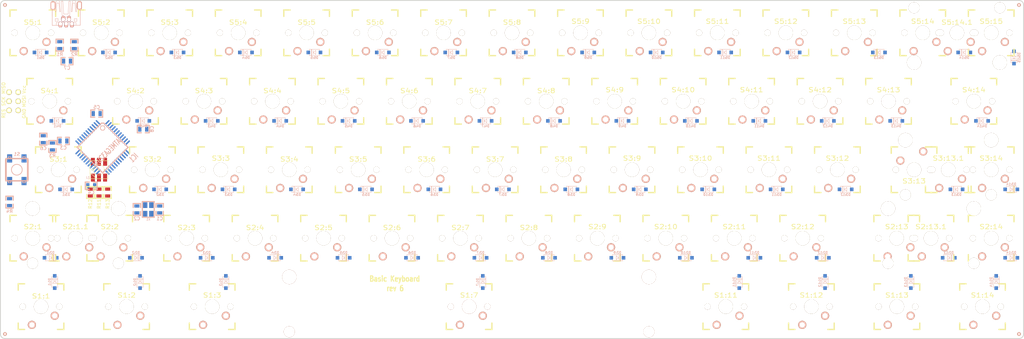
<source format=kicad_pcb>
(kicad_pcb (version 3) (host pcbnew "(2013-02-13 BZR 3947)-testing")
  (title_block (title "Hybrid Keyboard") (rev 6) (company Regack))
  (layers (15 Front signal hide) (0 Back signal hide) (20 B.SilkS user) (21 F.SilkS user) (22 B.Mask user hide) (23 F.Mask user hide) (28 Edge.Cuts user))
  (net 0 "")
  (net 1 /MISO)
  (net 2 /MOSI)
  (net 3 /Matrix/col1)
  (net 4 /Matrix/col10)
  (net 5 /Matrix/col11)
  (net 6 /Matrix/col12)
  (net 7 /Matrix/col13)
  (net 8 /Matrix/col14)
  (net 9 /Matrix/col15)
  (net 10 /Matrix/col2)
  (net 11 /Matrix/col3)
  (net 12 /Matrix/col4)
  (net 13 /Matrix/col5)
  (net 14 /Matrix/col6)
  (net 15 /Matrix/col7)
  (net 16 /Matrix/col8)
  (net 17 /Matrix/col9)
  (net 18 /Matrix/row1)
  (net 19 /Matrix/row2)
  (net 20 /Matrix/row3)
  (net 21 /Matrix/row4)
  (net 22 /Matrix/row5)
  (net 23 /PWM1)
  (net 24 /PWM2)
  (net 25 /PWM3)
  (net 26 /SCK)
  (net 27 /~RES~)
  (net 28 GND)
  (net 29 N-0000010)
  (net 30 N-00000100)
  (net 31 N-00000101)
  (net 32 N-00000102)
  (net 33 N-00000103)
  (net 34 N-00000104)
  (net 35 N-00000106)
  (net 36 N-00000108)
  (net 37 N-00000109)
  (net 38 N-00000110)
  (net 39 N-00000111)
  (net 40 N-00000112)
  (net 41 N-00000113)
  (net 42 N-0000019)
  (net 43 N-000002)
  (net 44 N-0000020)
  (net 45 N-000003)
  (net 46 N-0000036)
  (net 47 N-0000037)
  (net 48 N-0000046)
  (net 49 N-0000047)
  (net 50 N-0000048)
  (net 51 N-0000049)
  (net 52 N-0000050)
  (net 53 N-0000051)
  (net 54 N-0000052)
  (net 55 N-0000053)
  (net 56 N-0000054)
  (net 57 N-0000055)
  (net 58 N-0000056)
  (net 59 N-0000057)
  (net 60 N-0000058)
  (net 61 N-0000059)
  (net 62 N-000006)
  (net 63 N-0000060)
  (net 64 N-0000061)
  (net 65 N-0000062)
  (net 66 N-0000063)
  (net 67 N-0000064)
  (net 68 N-0000065)
  (net 69 N-0000066)
  (net 70 N-0000067)
  (net 71 N-0000068)
  (net 72 N-0000069)
  (net 73 N-000007)
  (net 74 N-0000070)
  (net 75 N-0000071)
  (net 76 N-0000072)
  (net 77 N-0000073)
  (net 78 N-0000074)
  (net 79 N-0000075)
  (net 80 N-0000076)
  (net 81 N-0000077)
  (net 82 N-0000078)
  (net 83 N-0000079)
  (net 84 N-000008)
  (net 85 N-0000080)
  (net 86 N-0000081)
  (net 87 N-0000082)
  (net 88 N-0000083)
  (net 89 N-0000084)
  (net 90 N-0000085)
  (net 91 N-0000086)
  (net 92 N-0000087)
  (net 93 N-0000088)
  (net 94 N-0000089)
  (net 95 N-0000090)
  (net 96 N-0000091)
  (net 97 N-0000092)
  (net 98 N-0000093)
  (net 99 N-0000094)
  (net 100 N-0000095)
  (net 101 N-0000096)
  (net 102 N-0000097)
  (net 103 N-0000098)
  (net 104 N-0000099)
  (net 105 VCC)
  (module CHERRY_PCB_175H_Visible (layer Front) (at 78.867 112.395 180)
    (fp_text reference S3:1 (at 0 2.921 180) (layer F.SilkS) (effects (font (size 1.27 1.524) (thickness 0.2032))))
    (fp_text value MX1A hide)
    (pad 1 thru_hole circle (at 2.54 -5.08 180) (size 2.286 2.286) (drill 1.498599) (layers *.Cu *.SilkS *.Mask) (net 20 /Matrix/row3))
    (pad 2 thru_hole circle (at -3.81 -2.54 180) (size 2.286 2.286) (drill 1.498599) (layers *.Cu *.SilkS *.Mask) (net 50 N-0000048))
    (pad HOLE thru_hole circle (at 0 0 180) (size 3.9878 3.9878) (drill 3.9878) (layers *.Cu *.Mask F.SilkS))
    (pad HOLE thru_hole circle (at -5.08 0 180) (size 1.7018 1.7018) (drill 1.701799) (layers *.Cu *.Mask F.SilkS))
    (pad HOLE thru_hole circle (at 5.08 0 180) (size 1.7018 1.7018) (drill 1.701799) (layers *.Cu *.Mask F.SilkS))
  )
  (module CHERRY_PCB_150H_Visible (layer Front) (at 76.454 93.345 180)
    (fp_text reference S4:1 (at 0 2.921 180) (layer F.SilkS) (effects (font (size 1.27 1.524) (thickness 0.2032))))
    (fp_text value MX1A hide)
    (pad 1 thru_hole circle (at 2.54 -5.08 180) (size 2.286 2.286) (drill 1.498599) (layers *.Cu *.SilkS *.Mask) (net 21 /Matrix/row4))
    (pad 2 thru_hole circle (at -3.81 -2.54 180) (size 2.286 2.286) (drill 1.498599) (layers *.Cu *.SilkS *.Mask) (net 61 N-0000059))
    (pad HOLE thru_hole circle (at 0 0 180) (size 3.9878 3.9878) (drill 3.9878) (layers *.Cu *.Mask F.SilkS))
    (pad HOLE thru_hole circle (at -5.08 0 180) (size 1.7018 1.7018) (drill 1.701799) (layers *.Cu *.Mask F.SilkS))
    (pad HOLE thru_hole circle (at 5.08 0 180) (size 1.7018 1.7018) (drill 1.701799) (layers *.Cu *.Mask F.SilkS))
  )
  (module CHERRY_PCB_125H_Visible (layer Front) (at 74.041 150.495 180)
    (fp_text reference S1:1 (at 0 2.921 180) (layer F.SilkS) (effects (font (size 1.27 1.524) (thickness 0.2032))))
    (fp_text value MX1A hide)
    (pad 1 thru_hole circle (at 2.54 -5.08 180) (size 2.286 2.286) (drill 1.498599) (layers *.Cu *.SilkS *.Mask) (net 18 /Matrix/row1))
    (pad 2 thru_hole circle (at -3.81 -2.54 180) (size 2.286 2.286) (drill 1.498599) (layers *.Cu *.SilkS *.Mask) (net 41 N-00000113))
    (pad HOLE thru_hole circle (at 0 0 180) (size 3.9878 3.9878) (drill 3.9878) (layers *.Cu *.Mask F.SilkS))
    (pad HOLE thru_hole circle (at -5.08 0 180) (size 1.7018 1.7018) (drill 1.701799) (layers *.Cu *.Mask F.SilkS))
    (pad HOLE thru_hole circle (at 5.08 0 180) (size 1.7018 1.7018) (drill 1.701799) (layers *.Cu *.Mask F.SilkS))
  )
  (module CHERRY_PCB_100H_Plated (layer Front) (at 271.78 93.345 180)
    (fp_text reference S4:11 (at 0 3.175 180) (layer F.SilkS) (effects (font (size 1.27 1.524) (thickness 0.2032))))
    (fp_text value MX1A hide)
    (pad 1 thru_hole circle (at 2.54 -5.08 180) (size 2.286 2.286) (drill 1.498599) (layers *.Cu *.SilkS *.Mask) (net 21 /Matrix/row4))
    (pad 2 thru_hole circle (at -3.81 -2.54 180) (size 2.286 2.286) (drill 1.498599) (layers *.Cu *.SilkS *.Mask) (net 101 N-0000096))
    (pad HOLE thru_hole circle (at 0 0 180) (size 3.9878 3.9878) (drill 3.9878) (layers *.Cu *.Mask F.SilkS))
    (pad HOLE thru_hole circle (at -5.08 0 180) (size 1.7018 1.7018) (drill 1.701799) (layers *.Cu *.Mask F.SilkS))
    (pad HOLE thru_hole circle (at 5.08 0 180) (size 1.7018 1.7018) (drill 1.701799) (layers *.Cu *.Mask F.SilkS))
  )
  (module CHERRY_PCB_100H_Plated (layer Front) (at 176.53 93.345 180)
    (fp_text reference S4:6 (at 0 2.921 180) (layer F.SilkS) (effects (font (size 1.27 1.524) (thickness 0.2032))))
    (fp_text value MX1A hide)
    (pad 1 thru_hole circle (at 2.54 -5.08 180) (size 2.286 2.286) (drill 1.498599) (layers *.Cu *.SilkS *.Mask) (net 21 /Matrix/row4))
    (pad 2 thru_hole circle (at -3.81 -2.54 180) (size 2.286 2.286) (drill 1.498599) (layers *.Cu *.SilkS *.Mask) (net 32 N-00000102))
    (pad HOLE thru_hole circle (at 0 0 180) (size 3.9878 3.9878) (drill 3.9878) (layers *.Cu *.Mask F.SilkS))
    (pad HOLE thru_hole circle (at -5.08 0 180) (size 1.7018 1.7018) (drill 1.701799) (layers *.Cu *.Mask F.SilkS))
    (pad HOLE thru_hole circle (at 5.08 0 180) (size 1.7018 1.7018) (drill 1.701799) (layers *.Cu *.Mask F.SilkS))
  )
  (module CHERRY_PCB_100H_Plated (layer Front) (at 195.58 93.345 180)
    (fp_text reference S4:7 (at 0 2.921 180) (layer F.SilkS) (effects (font (size 1.27 1.524) (thickness 0.2032))))
    (fp_text value MX1A hide)
    (pad 1 thru_hole circle (at 2.54 -5.08 180) (size 2.286 2.286) (drill 1.498599) (layers *.Cu *.SilkS *.Mask) (net 21 /Matrix/row4))
    (pad 2 thru_hole circle (at -3.81 -2.54 180) (size 2.286 2.286) (drill 1.498599) (layers *.Cu *.SilkS *.Mask) (net 99 N-0000094))
    (pad HOLE thru_hole circle (at 0 0 180) (size 3.9878 3.9878) (drill 3.9878) (layers *.Cu *.Mask F.SilkS))
    (pad HOLE thru_hole circle (at -5.08 0 180) (size 1.7018 1.7018) (drill 1.701799) (layers *.Cu *.Mask F.SilkS))
    (pad HOLE thru_hole circle (at 5.08 0 180) (size 1.7018 1.7018) (drill 1.701799) (layers *.Cu *.Mask F.SilkS))
  )
  (module CHERRY_PCB_100H_Plated (layer Front) (at 214.63 93.345 180)
    (fp_text reference S4:8 (at 0 2.921 180) (layer F.SilkS) (effects (font (size 1.27 1.524) (thickness 0.2032))))
    (fp_text value MX1A hide)
    (pad 1 thru_hole circle (at 2.54 -5.08 180) (size 2.286 2.286) (drill 1.498599) (layers *.Cu *.SilkS *.Mask) (net 21 /Matrix/row4))
    (pad 2 thru_hole circle (at -3.81 -2.54 180) (size 2.286 2.286) (drill 1.498599) (layers *.Cu *.SilkS *.Mask) (net 97 N-0000092))
    (pad HOLE thru_hole circle (at 0 0 180) (size 3.9878 3.9878) (drill 3.9878) (layers *.Cu *.Mask F.SilkS))
    (pad HOLE thru_hole circle (at -5.08 0 180) (size 1.7018 1.7018) (drill 1.701799) (layers *.Cu *.Mask F.SilkS))
    (pad HOLE thru_hole circle (at 5.08 0 180) (size 1.7018 1.7018) (drill 1.701799) (layers *.Cu *.Mask F.SilkS))
  )
  (module CHERRY_PCB_100H_Plated (layer Front) (at 233.68 93.345 180)
    (fp_text reference S4:9 (at 0 3.175 180) (layer F.SilkS) (effects (font (size 1.27 1.524) (thickness 0.2032))))
    (fp_text value MX1A hide)
    (pad 1 thru_hole circle (at 2.54 -5.08 180) (size 2.286 2.286) (drill 1.498599) (layers *.Cu *.SilkS *.Mask) (net 21 /Matrix/row4))
    (pad 2 thru_hole circle (at -3.81 -2.54 180) (size 2.286 2.286) (drill 1.498599) (layers *.Cu *.SilkS *.Mask) (net 98 N-0000093))
    (pad HOLE thru_hole circle (at 0 0 180) (size 3.9878 3.9878) (drill 3.9878) (layers *.Cu *.Mask F.SilkS))
    (pad HOLE thru_hole circle (at -5.08 0 180) (size 1.7018 1.7018) (drill 1.701799) (layers *.Cu *.Mask F.SilkS))
    (pad HOLE thru_hole circle (at 5.08 0 180) (size 1.7018 1.7018) (drill 1.701799) (layers *.Cu *.Mask F.SilkS))
  )
  (module CHERRY_PCB_100H_Plated (layer Front) (at 252.73 93.345 180)
    (fp_text reference S4:10 (at 0 3.175 180) (layer F.SilkS) (effects (font (size 1.27 1.524) (thickness 0.2032))))
    (fp_text value MX1A hide)
    (pad 1 thru_hole circle (at 2.54 -5.08 180) (size 2.286 2.286) (drill 1.498599) (layers *.Cu *.SilkS *.Mask) (net 21 /Matrix/row4))
    (pad 2 thru_hole circle (at -3.81 -2.54 180) (size 2.286 2.286) (drill 1.498599) (layers *.Cu *.SilkS *.Mask) (net 100 N-0000095))
    (pad HOLE thru_hole circle (at 0 0 180) (size 3.9878 3.9878) (drill 3.9878) (layers *.Cu *.Mask F.SilkS))
    (pad HOLE thru_hole circle (at -5.08 0 180) (size 1.7018 1.7018) (drill 1.701799) (layers *.Cu *.Mask F.SilkS))
    (pad HOLE thru_hole circle (at 5.08 0 180) (size 1.7018 1.7018) (drill 1.701799) (layers *.Cu *.Mask F.SilkS))
  )
  (module CHERRY_PCB_100H_Plated (layer Front) (at 124.079 112.395 180)
    (fp_text reference S3:3 (at 0 3.175 180) (layer F.SilkS) (effects (font (size 1.27 1.524) (thickness 0.2032))))
    (fp_text value MX1A hide)
    (pad 1 thru_hole circle (at 2.54 -5.08 180) (size 2.286 2.286) (drill 1.498599) (layers *.Cu *.SilkS *.Mask) (net 20 /Matrix/row3))
    (pad 2 thru_hole circle (at -3.81 -2.54 180) (size 2.286 2.286) (drill 1.498599) (layers *.Cu *.SilkS *.Mask) (net 51 N-0000049))
    (pad HOLE thru_hole circle (at 0 0 180) (size 3.9878 3.9878) (drill 3.9878) (layers *.Cu *.Mask F.SilkS))
    (pad HOLE thru_hole circle (at -5.08 0 180) (size 1.7018 1.7018) (drill 1.701799) (layers *.Cu *.Mask F.SilkS))
    (pad HOLE thru_hole circle (at 5.08 0 180) (size 1.7018 1.7018) (drill 1.701799) (layers *.Cu *.Mask F.SilkS))
  )
  (module CHERRY_PCB_100H_Plated (layer Front) (at 290.83 93.345 180)
    (fp_text reference S4:12 (at 0 3.175 180) (layer F.SilkS) (effects (font (size 1.27 1.524) (thickness 0.2032))))
    (fp_text value MX1A hide)
    (pad 1 thru_hole circle (at 2.54 -5.08 180) (size 2.286 2.286) (drill 1.498599) (layers *.Cu *.SilkS *.Mask) (net 21 /Matrix/row4))
    (pad 2 thru_hole circle (at -3.81 -2.54 180) (size 2.286 2.286) (drill 1.498599) (layers *.Cu *.SilkS *.Mask) (net 30 N-00000100))
    (pad HOLE thru_hole circle (at 0 0 180) (size 3.9878 3.9878) (drill 3.9878) (layers *.Cu *.Mask F.SilkS))
    (pad HOLE thru_hole circle (at -5.08 0 180) (size 1.7018 1.7018) (drill 1.701799) (layers *.Cu *.Mask F.SilkS))
    (pad HOLE thru_hole circle (at 5.08 0 180) (size 1.7018 1.7018) (drill 1.701799) (layers *.Cu *.Mask F.SilkS))
  )
  (module CHERRY_PCB_100H_Plated (layer Front) (at 309.88 93.345 180)
    (fp_text reference S4:13 (at 0 3.175 180) (layer F.SilkS) (effects (font (size 1.27 1.524) (thickness 0.2032))))
    (fp_text value MX1A hide)
    (pad 1 thru_hole circle (at 2.54 -5.08 180) (size 2.286 2.286) (drill 1.498599) (layers *.Cu *.SilkS *.Mask) (net 21 /Matrix/row4))
    (pad 2 thru_hole circle (at -3.81 -2.54 180) (size 2.286 2.286) (drill 1.498599) (layers *.Cu *.SilkS *.Mask) (net 36 N-00000108))
    (pad HOLE thru_hole circle (at 0 0 180) (size 3.9878 3.9878) (drill 3.9878) (layers *.Cu *.Mask F.SilkS))
    (pad HOLE thru_hole circle (at -5.08 0 180) (size 1.7018 1.7018) (drill 1.701799) (layers *.Cu *.Mask F.SilkS))
    (pad HOLE thru_hole circle (at 5.08 0 180) (size 1.7018 1.7018) (drill 1.701799) (layers *.Cu *.Mask F.SilkS))
  )
  (module CHERRY_PCB_100H_Plated (layer Front) (at 105.029 112.395 180)
    (fp_text reference S3:2 (at 0 2.921 180) (layer F.SilkS) (effects (font (size 1.27 1.524) (thickness 0.2032))))
    (fp_text value MX1A hide)
    (pad 1 thru_hole circle (at 2.54 -5.08 180) (size 2.286 2.286) (drill 1.498599) (layers *.Cu *.SilkS *.Mask) (net 20 /Matrix/row3))
    (pad 2 thru_hole circle (at -3.81 -2.54 180) (size 2.286 2.286) (drill 1.498599) (layers *.Cu *.SilkS *.Mask) (net 49 N-0000047))
    (pad HOLE thru_hole circle (at 0 0 180) (size 3.9878 3.9878) (drill 3.9878) (layers *.Cu *.Mask F.SilkS))
    (pad HOLE thru_hole circle (at -5.08 0 180) (size 1.7018 1.7018) (drill 1.701799) (layers *.Cu *.Mask F.SilkS))
    (pad HOLE thru_hole circle (at 5.08 0 180) (size 1.7018 1.7018) (drill 1.701799) (layers *.Cu *.Mask F.SilkS))
  )
  (module CHERRY_PCB_100H_Plated (layer Front) (at 90.805 74.295 180)
    (fp_text reference S5:2 (at 0 2.921 180) (layer F.SilkS) (effects (font (size 1.27 1.524) (thickness 0.2032))))
    (fp_text value MX1A hide)
    (pad 1 thru_hole circle (at 2.54 -5.08 180) (size 2.286 2.286) (drill 1.498599) (layers *.Cu *.SilkS *.Mask) (net 22 /Matrix/row5))
    (pad 2 thru_hole circle (at -3.81 -2.54 180) (size 2.286 2.286) (drill 1.498599) (layers *.Cu *.SilkS *.Mask) (net 39 N-00000111))
    (pad HOLE thru_hole circle (at 0 0 180) (size 3.9878 3.9878) (drill 3.9878) (layers *.Cu *.Mask F.SilkS))
    (pad HOLE thru_hole circle (at -5.08 0 180) (size 1.7018 1.7018) (drill 1.701799) (layers *.Cu *.Mask F.SilkS))
    (pad HOLE thru_hole circle (at 5.08 0 180) (size 1.7018 1.7018) (drill 1.701799) (layers *.Cu *.Mask F.SilkS))
  )
  (module CHERRY_PCB_100H_Plated (layer Front) (at 157.48 93.345 180)
    (fp_text reference S4:5 (at 0 2.921 180) (layer F.SilkS) (effects (font (size 1.27 1.524) (thickness 0.2032))))
    (fp_text value MX1A hide)
    (pad 1 thru_hole circle (at 2.54 -5.08 180) (size 2.286 2.286) (drill 1.498599) (layers *.Cu *.SilkS *.Mask) (net 21 /Matrix/row4))
    (pad 2 thru_hole circle (at -3.81 -2.54 180) (size 2.286 2.286) (drill 1.498599) (layers *.Cu *.SilkS *.Mask) (net 31 N-00000101))
    (pad HOLE thru_hole circle (at 0 0 180) (size 3.9878 3.9878) (drill 3.9878) (layers *.Cu *.Mask F.SilkS))
    (pad HOLE thru_hole circle (at -5.08 0 180) (size 1.7018 1.7018) (drill 1.701799) (layers *.Cu *.Mask F.SilkS))
    (pad HOLE thru_hole circle (at 5.08 0 180) (size 1.7018 1.7018) (drill 1.701799) (layers *.Cu *.Mask F.SilkS))
  )
  (module CHERRY_PCB_100H_Plated (layer Front) (at 138.43 93.345 180)
    (fp_text reference S4:4 (at 0 2.921 180) (layer F.SilkS) (effects (font (size 1.27 1.524) (thickness 0.2032))))
    (fp_text value MX1A hide)
    (pad 1 thru_hole circle (at 2.54 -5.08 180) (size 2.286 2.286) (drill 1.498599) (layers *.Cu *.SilkS *.Mask) (net 21 /Matrix/row4))
    (pad 2 thru_hole circle (at -3.81 -2.54 180) (size 2.286 2.286) (drill 1.498599) (layers *.Cu *.SilkS *.Mask) (net 104 N-0000099))
    (pad HOLE thru_hole circle (at 0 0 180) (size 3.9878 3.9878) (drill 3.9878) (layers *.Cu *.Mask F.SilkS))
    (pad HOLE thru_hole circle (at -5.08 0 180) (size 1.7018 1.7018) (drill 1.701799) (layers *.Cu *.Mask F.SilkS))
    (pad HOLE thru_hole circle (at 5.08 0 180) (size 1.7018 1.7018) (drill 1.701799) (layers *.Cu *.Mask F.SilkS))
  )
  (module CHERRY_PCB_100H_Plated (layer Front) (at 119.38 93.345 180)
    (fp_text reference S4:3 (at 0 2.921 180) (layer F.SilkS) (effects (font (size 1.27 1.524) (thickness 0.2032))))
    (fp_text value MX1A hide)
    (pad 1 thru_hole circle (at 2.54 -5.08 180) (size 2.286 2.286) (drill 1.498599) (layers *.Cu *.SilkS *.Mask) (net 21 /Matrix/row4))
    (pad 2 thru_hole circle (at -3.81 -2.54 180) (size 2.286 2.286) (drill 1.498599) (layers *.Cu *.SilkS *.Mask) (net 103 N-0000098))
    (pad HOLE thru_hole circle (at 0 0 180) (size 3.9878 3.9878) (drill 3.9878) (layers *.Cu *.Mask F.SilkS))
    (pad HOLE thru_hole circle (at -5.08 0 180) (size 1.7018 1.7018) (drill 1.701799) (layers *.Cu *.Mask F.SilkS))
    (pad HOLE thru_hole circle (at 5.08 0 180) (size 1.7018 1.7018) (drill 1.701799) (layers *.Cu *.Mask F.SilkS))
  )
  (module CHERRY_PCB_100H_Plated (layer Front) (at 100.33 93.345 180)
    (fp_text reference S4:2 (at 0 2.921 180) (layer F.SilkS) (effects (font (size 1.27 1.524) (thickness 0.2032))))
    (fp_text value MX1A hide)
    (pad 1 thru_hole circle (at 2.54 -5.08 180) (size 2.286 2.286) (drill 1.498599) (layers *.Cu *.SilkS *.Mask) (net 21 /Matrix/row4))
    (pad 2 thru_hole circle (at -3.81 -2.54 180) (size 2.286 2.286) (drill 1.498599) (layers *.Cu *.SilkS *.Mask) (net 102 N-0000097))
    (pad HOLE thru_hole circle (at 0 0 180) (size 3.9878 3.9878) (drill 3.9878) (layers *.Cu *.Mask F.SilkS))
    (pad HOLE thru_hole circle (at -5.08 0 180) (size 1.7018 1.7018) (drill 1.701799) (layers *.Cu *.Mask F.SilkS))
    (pad HOLE thru_hole circle (at 5.08 0 180) (size 1.7018 1.7018) (drill 1.701799) (layers *.Cu *.Mask F.SilkS))
  )
  (module CHERRY_PCB_100H_Plated (layer Front) (at 281.305 74.295 180)
    (fp_text reference S5:12 (at 0 3.175 180) (layer F.SilkS) (effects (font (size 1.27 1.524) (thickness 0.2032))))
    (fp_text value MX1A hide)
    (pad 1 thru_hole circle (at 2.54 -5.08 180) (size 2.286 2.286) (drill 1.498599) (layers *.Cu *.SilkS *.Mask) (net 22 /Matrix/row5))
    (pad 2 thru_hole circle (at -3.81 -2.54 180) (size 2.286 2.286) (drill 1.498599) (layers *.Cu *.SilkS *.Mask) (net 89 N-0000084))
    (pad HOLE thru_hole circle (at 0 0 180) (size 3.9878 3.9878) (drill 3.9878) (layers *.Cu *.Mask F.SilkS))
    (pad HOLE thru_hole circle (at -5.08 0 180) (size 1.7018 1.7018) (drill 1.701799) (layers *.Cu *.Mask F.SilkS))
    (pad HOLE thru_hole circle (at 5.08 0 180) (size 1.7018 1.7018) (drill 1.701799) (layers *.Cu *.Mask F.SilkS))
  )
  (module CHERRY_PCB_100H_Plated (layer Front) (at 262.255 74.295 180)
    (fp_text reference S5:11 (at 0 3.175 180) (layer F.SilkS) (effects (font (size 1.27 1.524) (thickness 0.2032))))
    (fp_text value MX1A hide)
    (pad 1 thru_hole circle (at 2.54 -5.08 180) (size 2.286 2.286) (drill 1.498599) (layers *.Cu *.SilkS *.Mask) (net 22 /Matrix/row5))
    (pad 2 thru_hole circle (at -3.81 -2.54 180) (size 2.286 2.286) (drill 1.498599) (layers *.Cu *.SilkS *.Mask) (net 88 N-0000083))
    (pad HOLE thru_hole circle (at 0 0 180) (size 3.9878 3.9878) (drill 3.9878) (layers *.Cu *.Mask F.SilkS))
    (pad HOLE thru_hole circle (at -5.08 0 180) (size 1.7018 1.7018) (drill 1.701799) (layers *.Cu *.Mask F.SilkS))
    (pad HOLE thru_hole circle (at 5.08 0 180) (size 1.7018 1.7018) (drill 1.701799) (layers *.Cu *.Mask F.SilkS))
  )
  (module CHERRY_PCB_100H_Plated (layer Front) (at 243.205 74.295 180)
    (fp_text reference S5:10 (at 0 3.175 180) (layer F.SilkS) (effects (font (size 1.27 1.524) (thickness 0.2032))))
    (fp_text value MX1A hide)
    (pad 1 thru_hole circle (at 2.54 -5.08 180) (size 2.286 2.286) (drill 1.498599) (layers *.Cu *.SilkS *.Mask) (net 22 /Matrix/row5))
    (pad 2 thru_hole circle (at -3.81 -2.54 180) (size 2.286 2.286) (drill 1.498599) (layers *.Cu *.SilkS *.Mask) (net 87 N-0000082))
    (pad HOLE thru_hole circle (at 0 0 180) (size 3.9878 3.9878) (drill 3.9878) (layers *.Cu *.Mask F.SilkS))
    (pad HOLE thru_hole circle (at -5.08 0 180) (size 1.7018 1.7018) (drill 1.701799) (layers *.Cu *.Mask F.SilkS))
    (pad HOLE thru_hole circle (at 5.08 0 180) (size 1.7018 1.7018) (drill 1.701799) (layers *.Cu *.Mask F.SilkS))
  )
  (module CHERRY_PCB_100H_Plated (layer Front) (at 205.105 74.295 180)
    (fp_text reference S5:8 (at 0 2.921 180) (layer F.SilkS) (effects (font (size 1.27 1.524) (thickness 0.2032))))
    (fp_text value MX1A hide)
    (pad 1 thru_hole circle (at 2.54 -5.08 180) (size 2.286 2.286) (drill 1.498599) (layers *.Cu *.SilkS *.Mask))
    (pad 2 thru_hole circle (at -3.81 -2.54 180) (size 2.286 2.286) (drill 1.498599) (layers *.Cu *.SilkS *.Mask) (net 85 N-0000080))
    (pad HOLE thru_hole circle (at 0 0 180) (size 3.9878 3.9878) (drill 3.9878) (layers *.Cu *.Mask F.SilkS))
    (pad HOLE thru_hole circle (at -5.08 0 180) (size 1.7018 1.7018) (drill 1.701799) (layers *.Cu *.Mask F.SilkS))
    (pad HOLE thru_hole circle (at 5.08 0 180) (size 1.7018 1.7018) (drill 1.701799) (layers *.Cu *.Mask F.SilkS))
  )
  (module CHERRY_PCB_100H_Plated (layer Front) (at 167.005 74.295 180)
    (fp_text reference S5:6 (at 0 2.921 180) (layer F.SilkS) (effects (font (size 1.27 1.524) (thickness 0.2032))))
    (fp_text value MX1A hide)
    (pad 1 thru_hole circle (at 2.54 -5.08 180) (size 2.286 2.286) (drill 1.498599) (layers *.Cu *.SilkS *.Mask))
    (pad 2 thru_hole circle (at -3.81 -2.54 180) (size 2.286 2.286) (drill 1.498599) (layers *.Cu *.SilkS *.Mask) (net 83 N-0000079))
    (pad HOLE thru_hole circle (at 0 0 180) (size 3.9878 3.9878) (drill 3.9878) (layers *.Cu *.Mask F.SilkS))
    (pad HOLE thru_hole circle (at -5.08 0 180) (size 1.7018 1.7018) (drill 1.701799) (layers *.Cu *.Mask F.SilkS))
    (pad HOLE thru_hole circle (at 5.08 0 180) (size 1.7018 1.7018) (drill 1.701799) (layers *.Cu *.Mask F.SilkS))
  )
  (module CHERRY_PCB_100H_Plated (layer Front) (at 147.955 74.295 180)
    (fp_text reference S5:5 (at 0 2.921 180) (layer F.SilkS) (effects (font (size 1.27 1.524) (thickness 0.2032))))
    (fp_text value MX1A hide)
    (pad 1 thru_hole circle (at 2.54 -5.08 180) (size 2.286 2.286) (drill 1.498599) (layers *.Cu *.SilkS *.Mask) (net 22 /Matrix/row5))
    (pad 2 thru_hole circle (at -3.81 -2.54 180) (size 2.286 2.286) (drill 1.498599) (layers *.Cu *.SilkS *.Mask) (net 34 N-00000104))
    (pad HOLE thru_hole circle (at 0 0 180) (size 3.9878 3.9878) (drill 3.9878) (layers *.Cu *.Mask F.SilkS))
    (pad HOLE thru_hole circle (at -5.08 0 180) (size 1.7018 1.7018) (drill 1.701799) (layers *.Cu *.Mask F.SilkS))
    (pad HOLE thru_hole circle (at 5.08 0 180) (size 1.7018 1.7018) (drill 1.701799) (layers *.Cu *.Mask F.SilkS))
  )
  (module CHERRY_PCB_100H_Plated (layer Front) (at 128.905 74.295 180)
    (fp_text reference S5:4 (at 0 2.921 180) (layer F.SilkS) (effects (font (size 1.27 1.524) (thickness 0.2032))))
    (fp_text value MX1A hide)
    (pad 1 thru_hole circle (at 2.54 -5.08 180) (size 2.286 2.286) (drill 1.498599) (layers *.Cu *.SilkS *.Mask) (net 22 /Matrix/row5))
    (pad 2 thru_hole circle (at -3.81 -2.54 180) (size 2.286 2.286) (drill 1.498599) (layers *.Cu *.SilkS *.Mask) (net 33 N-00000103))
    (pad HOLE thru_hole circle (at 0 0 180) (size 3.9878 3.9878) (drill 3.9878) (layers *.Cu *.Mask F.SilkS))
    (pad HOLE thru_hole circle (at -5.08 0 180) (size 1.7018 1.7018) (drill 1.701799) (layers *.Cu *.Mask F.SilkS))
    (pad HOLE thru_hole circle (at 5.08 0 180) (size 1.7018 1.7018) (drill 1.701799) (layers *.Cu *.Mask F.SilkS))
  )
  (module CHERRY_PCB_100H_Plated (layer Front) (at 109.855 74.295 180)
    (fp_text reference S5:3 (at 0 2.921 180) (layer F.SilkS) (effects (font (size 1.27 1.524) (thickness 0.2032))))
    (fp_text value MX1A hide)
    (pad 1 thru_hole circle (at 2.54 -5.08 180) (size 2.286 2.286) (drill 1.498599) (layers *.Cu *.SilkS *.Mask) (net 22 /Matrix/row5))
    (pad 2 thru_hole circle (at -3.81 -2.54 180) (size 2.286 2.286) (drill 1.498599) (layers *.Cu *.SilkS *.Mask) (net 40 N-00000112))
    (pad HOLE thru_hole circle (at 0 0 180) (size 3.9878 3.9878) (drill 3.9878) (layers *.Cu *.Mask F.SilkS))
    (pad HOLE thru_hole circle (at -5.08 0 180) (size 1.7018 1.7018) (drill 1.701799) (layers *.Cu *.Mask F.SilkS))
    (pad HOLE thru_hole circle (at 5.08 0 180) (size 1.7018 1.7018) (drill 1.701799) (layers *.Cu *.Mask F.SilkS))
  )
  (module CHERRY_PCB_100H_Plated (layer Front) (at 228.854 131.445 180)
    (fp_text reference S2:9 (at 0 3.175 180) (layer F.SilkS) (effects (font (size 1.27 1.524) (thickness 0.2032))))
    (fp_text value MX1A hide)
    (pad 1 thru_hole circle (at 2.54 -5.08 180) (size 2.286 2.286) (drill 1.498599) (layers *.Cu *.SilkS *.Mask) (net 19 /Matrix/row2))
    (pad 2 thru_hole circle (at -3.81 -2.54 180) (size 2.286 2.286) (drill 1.498599) (layers *.Cu *.SilkS *.Mask) (net 53 N-0000051))
    (pad HOLE thru_hole circle (at 0 0 180) (size 3.9878 3.9878) (drill 3.9878) (layers *.Cu *.Mask F.SilkS))
    (pad HOLE thru_hole circle (at -5.08 0 180) (size 1.7018 1.7018) (drill 1.701799) (layers *.Cu *.Mask F.SilkS))
    (pad HOLE thru_hole circle (at 5.08 0 180) (size 1.7018 1.7018) (drill 1.701799) (layers *.Cu *.Mask F.SilkS))
  )
  (module CHERRY_PCB_100H_Plated (layer Front) (at 71.755 74.295 180)
    (fp_text reference S5:1 (at 0 2.921 180) (layer F.SilkS) (effects (font (size 1.27 1.524) (thickness 0.2032))))
    (fp_text value MX1A hide)
    (pad 1 thru_hole circle (at 2.54 -5.08 180) (size 2.286 2.286) (drill 1.498599) (layers *.Cu *.SilkS *.Mask) (net 22 /Matrix/row5))
    (pad 2 thru_hole circle (at -3.81 -2.54 180) (size 2.286 2.286) (drill 1.498599) (layers *.Cu *.SilkS *.Mask) (net 38 N-00000110))
    (pad HOLE thru_hole circle (at 0 0 180) (size 3.9878 3.9878) (drill 3.9878) (layers *.Cu *.Mask F.SilkS))
    (pad HOLE thru_hole circle (at -5.08 0 180) (size 1.7018 1.7018) (drill 1.701799) (layers *.Cu *.Mask F.SilkS))
    (pad HOLE thru_hole circle (at 5.08 0 180) (size 1.7018 1.7018) (drill 1.701799) (layers *.Cu *.Mask F.SilkS))
  )
  (module CHERRY_PCB_100H_Plated (layer Front) (at 186.055 74.295 180)
    (fp_text reference S5:7 (at 0 2.921 180) (layer F.SilkS) (effects (font (size 1.27 1.524) (thickness 0.2032))))
    (fp_text value MX1A hide)
    (pad 1 thru_hole circle (at 2.54 -5.08 180) (size 2.286 2.286) (drill 1.498599) (layers *.Cu *.SilkS *.Mask) (net 22 /Matrix/row5))
    (pad 2 thru_hole circle (at -3.81 -2.54 180) (size 2.286 2.286) (drill 1.498599) (layers *.Cu *.SilkS *.Mask) (net 35 N-00000106))
    (pad HOLE thru_hole circle (at 0 0 180) (size 3.9878 3.9878) (drill 3.9878) (layers *.Cu *.Mask F.SilkS))
    (pad HOLE thru_hole circle (at -5.08 0 180) (size 1.7018 1.7018) (drill 1.701799) (layers *.Cu *.Mask F.SilkS))
    (pad HOLE thru_hole circle (at 5.08 0 180) (size 1.7018 1.7018) (drill 1.701799) (layers *.Cu *.Mask F.SilkS))
  )
  (module CHERRY_PCB_100H_Plated (layer Front) (at 224.155 74.295 180)
    (fp_text reference S5:9 (at 0 3.175 180) (layer F.SilkS) (effects (font (size 1.27 1.524) (thickness 0.2032))))
    (fp_text value MX1A hide)
    (pad 1 thru_hole circle (at 2.54 -5.08 180) (size 2.286 2.286) (drill 1.498599) (layers *.Cu *.SilkS *.Mask) (net 22 /Matrix/row5))
    (pad 2 thru_hole circle (at -3.81 -2.54 180) (size 2.286 2.286) (drill 1.498599) (layers *.Cu *.SilkS *.Mask) (net 86 N-0000081))
    (pad HOLE thru_hole circle (at 0 0 180) (size 3.9878 3.9878) (drill 3.9878) (layers *.Cu *.Mask F.SilkS))
    (pad HOLE thru_hole circle (at -5.08 0 180) (size 1.7018 1.7018) (drill 1.701799) (layers *.Cu *.Mask F.SilkS))
    (pad HOLE thru_hole circle (at 5.08 0 180) (size 1.7018 1.7018) (drill 1.701799) (layers *.Cu *.Mask F.SilkS))
  )
  (module CHERRY_PCB_100H_Plated (layer Front) (at 133.604 131.445 180)
    (fp_text reference S2:4 (at 0 2.921 180) (layer F.SilkS) (effects (font (size 1.27 1.524) (thickness 0.2032))))
    (fp_text value MX1A hide)
    (pad 1 thru_hole circle (at 2.54 -5.08 180) (size 2.286 2.286) (drill 1.498599) (layers *.Cu *.SilkS *.Mask) (net 19 /Matrix/row2))
    (pad 2 thru_hole circle (at -3.81 -2.54 180) (size 2.286 2.286) (drill 1.498599) (layers *.Cu *.SilkS *.Mask) (net 74 N-0000070))
    (pad HOLE thru_hole circle (at 0 0 180) (size 3.9878 3.9878) (drill 3.9878) (layers *.Cu *.Mask F.SilkS))
    (pad HOLE thru_hole circle (at -5.08 0 180) (size 1.7018 1.7018) (drill 1.701799) (layers *.Cu *.Mask F.SilkS))
    (pad HOLE thru_hole circle (at 5.08 0 180) (size 1.7018 1.7018) (drill 1.701799) (layers *.Cu *.Mask F.SilkS))
  )
  (module CHERRY_PCB_100H_Plated (layer Front) (at 266.954 131.445 180)
    (fp_text reference S2:11 (at 0 3.175 180) (layer F.SilkS) (effects (font (size 1.27 1.524) (thickness 0.2032))))
    (fp_text value MX1A hide)
    (pad 1 thru_hole circle (at 2.54 -5.08 180) (size 2.286 2.286) (drill 1.498599) (layers *.Cu *.SilkS *.Mask) (net 19 /Matrix/row2))
    (pad 2 thru_hole circle (at -3.81 -2.54 180) (size 2.286 2.286) (drill 1.498599) (layers *.Cu *.SilkS *.Mask) (net 55 N-0000053))
    (pad HOLE thru_hole circle (at 0 0 180) (size 3.9878 3.9878) (drill 3.9878) (layers *.Cu *.Mask F.SilkS))
    (pad HOLE thru_hole circle (at -5.08 0 180) (size 1.7018 1.7018) (drill 1.701799) (layers *.Cu *.Mask F.SilkS))
    (pad HOLE thru_hole circle (at 5.08 0 180) (size 1.7018 1.7018) (drill 1.701799) (layers *.Cu *.Mask F.SilkS))
  )
  (module CHERRY_PCB_100H_Plated (layer Front) (at 247.904 131.445 180)
    (fp_text reference S2:10 (at 0 3.175 180) (layer F.SilkS) (effects (font (size 1.27 1.524) (thickness 0.2032))))
    (fp_text value MX1A hide)
    (pad 1 thru_hole circle (at 2.54 -5.08 180) (size 2.286 2.286) (drill 1.498599) (layers *.Cu *.SilkS *.Mask) (net 19 /Matrix/row2))
    (pad 2 thru_hole circle (at -3.81 -2.54 180) (size 2.286 2.286) (drill 1.498599) (layers *.Cu *.SilkS *.Mask) (net 54 N-0000052))
    (pad HOLE thru_hole circle (at 0 0 180) (size 3.9878 3.9878) (drill 3.9878) (layers *.Cu *.Mask F.SilkS))
    (pad HOLE thru_hole circle (at -5.08 0 180) (size 1.7018 1.7018) (drill 1.701799) (layers *.Cu *.Mask F.SilkS))
    (pad HOLE thru_hole circle (at 5.08 0 180) (size 1.7018 1.7018) (drill 1.701799) (layers *.Cu *.Mask F.SilkS))
  )
  (module CHERRY_PCB_100H_Plated (layer Front) (at 143.129 112.395 180)
    (fp_text reference S3:4 (at 0 2.921 180) (layer F.SilkS) (effects (font (size 1.27 1.524) (thickness 0.2032))))
    (fp_text value MX1A hide)
    (pad 1 thru_hole circle (at 2.54 -5.08 180) (size 2.286 2.286) (drill 1.498599) (layers *.Cu *.SilkS *.Mask) (net 20 /Matrix/row3))
    (pad 2 thru_hole circle (at -3.81 -2.54 180) (size 2.286 2.286) (drill 1.498599) (layers *.Cu *.SilkS *.Mask) (net 52 N-0000050))
    (pad HOLE thru_hole circle (at 0 0 180) (size 3.9878 3.9878) (drill 3.9878) (layers *.Cu *.Mask F.SilkS))
    (pad HOLE thru_hole circle (at -5.08 0 180) (size 1.7018 1.7018) (drill 1.701799) (layers *.Cu *.Mask F.SilkS))
    (pad HOLE thru_hole circle (at 5.08 0 180) (size 1.7018 1.7018) (drill 1.701799) (layers *.Cu *.Mask F.SilkS))
  )
  (module CHERRY_PCB_100H_Plated (layer Front) (at 209.804 131.445 180)
    (fp_text reference S2:8 (at 0 2.921 180) (layer F.SilkS) (effects (font (size 1.27 1.524) (thickness 0.2032))))
    (fp_text value MX1A hide)
    (pad 1 thru_hole circle (at 2.54 -5.08 180) (size 2.286 2.286) (drill 1.498599) (layers *.Cu *.SilkS *.Mask) (net 19 /Matrix/row2))
    (pad 2 thru_hole circle (at -3.81 -2.54 180) (size 2.286 2.286) (drill 1.498599) (layers *.Cu *.SilkS *.Mask) (net 78 N-0000074))
    (pad HOLE thru_hole circle (at 0 0 180) (size 3.9878 3.9878) (drill 3.9878) (layers *.Cu *.Mask F.SilkS))
    (pad HOLE thru_hole circle (at -5.08 0 180) (size 1.7018 1.7018) (drill 1.701799) (layers *.Cu *.Mask F.SilkS))
    (pad HOLE thru_hole circle (at 5.08 0 180) (size 1.7018 1.7018) (drill 1.701799) (layers *.Cu *.Mask F.SilkS))
  )
  (module CHERRY_PCB_100H_Plated (layer Front) (at 190.754 131.445 180)
    (fp_text reference S2:7 (at 0 2.921 180) (layer F.SilkS) (effects (font (size 1.27 1.524) (thickness 0.2032))))
    (fp_text value MX1A hide)
    (pad 1 thru_hole circle (at 2.54 -5.08 180) (size 2.286 2.286) (drill 1.498599) (layers *.Cu *.SilkS *.Mask) (net 19 /Matrix/row2))
    (pad 2 thru_hole circle (at -3.81 -2.54 180) (size 2.286 2.286) (drill 1.498599) (layers *.Cu *.SilkS *.Mask) (net 77 N-0000073))
    (pad HOLE thru_hole circle (at 0 0 180) (size 3.9878 3.9878) (drill 3.9878) (layers *.Cu *.Mask F.SilkS))
    (pad HOLE thru_hole circle (at -5.08 0 180) (size 1.7018 1.7018) (drill 1.701799) (layers *.Cu *.Mask F.SilkS))
    (pad HOLE thru_hole circle (at 5.08 0 180) (size 1.7018 1.7018) (drill 1.701799) (layers *.Cu *.Mask F.SilkS))
  )
  (module CHERRY_PCB_100H_Plated (layer Front) (at 171.704 131.445 180)
    (fp_text reference S2:6 (at 0 2.921 180) (layer F.SilkS) (effects (font (size 1.27 1.524) (thickness 0.2032))))
    (fp_text value MX1A hide)
    (pad 1 thru_hole circle (at 2.54 -5.08 180) (size 2.286 2.286) (drill 1.498599) (layers *.Cu *.SilkS *.Mask) (net 19 /Matrix/row2))
    (pad 2 thru_hole circle (at -3.81 -2.54 180) (size 2.286 2.286) (drill 1.498599) (layers *.Cu *.SilkS *.Mask) (net 76 N-0000072))
    (pad HOLE thru_hole circle (at 0 0 180) (size 3.9878 3.9878) (drill 3.9878) (layers *.Cu *.Mask F.SilkS))
    (pad HOLE thru_hole circle (at -5.08 0 180) (size 1.7018 1.7018) (drill 1.701799) (layers *.Cu *.Mask F.SilkS))
    (pad HOLE thru_hole circle (at 5.08 0 180) (size 1.7018 1.7018) (drill 1.701799) (layers *.Cu *.Mask F.SilkS))
  )
  (module CHERRY_PCB_100H_Plated (layer Front) (at 152.654 131.445 180)
    (fp_text reference S2:5 (at 0 2.921 180) (layer F.SilkS) (effects (font (size 1.27 1.524) (thickness 0.2032))))
    (fp_text value MX1A hide)
    (pad 1 thru_hole circle (at 2.54 -5.08 180) (size 2.286 2.286) (drill 1.498599) (layers *.Cu *.SilkS *.Mask) (net 19 /Matrix/row2))
    (pad 2 thru_hole circle (at -3.81 -2.54 180) (size 2.286 2.286) (drill 1.498599) (layers *.Cu *.SilkS *.Mask) (net 75 N-0000071))
    (pad HOLE thru_hole circle (at 0 0 180) (size 3.9878 3.9878) (drill 3.9878) (layers *.Cu *.Mask F.SilkS))
    (pad HOLE thru_hole circle (at -5.08 0 180) (size 1.7018 1.7018) (drill 1.701799) (layers *.Cu *.Mask F.SilkS))
    (pad HOLE thru_hole circle (at 5.08 0 180) (size 1.7018 1.7018) (drill 1.701799) (layers *.Cu *.Mask F.SilkS))
  )
  (module CHERRY_PCB_100H_Plated (layer Front) (at 114.554 131.445 180)
    (fp_text reference S2:3 (at 0 2.921 180) (layer F.SilkS) (effects (font (size 1.27 1.524) (thickness 0.2032))))
    (fp_text value MX1A hide)
    (pad 1 thru_hole circle (at 2.54 -5.08 180) (size 2.286 2.286) (drill 1.498599) (layers *.Cu *.SilkS *.Mask) (net 19 /Matrix/row2))
    (pad 2 thru_hole circle (at -3.81 -2.54 180) (size 2.286 2.286) (drill 1.498599) (layers *.Cu *.SilkS *.Mask) (net 82 N-0000078))
    (pad HOLE thru_hole circle (at 0 0 180) (size 3.9878 3.9878) (drill 3.9878) (layers *.Cu *.Mask F.SilkS))
    (pad HOLE thru_hole circle (at -5.08 0 180) (size 1.7018 1.7018) (drill 1.701799) (layers *.Cu *.Mask F.SilkS))
    (pad HOLE thru_hole circle (at 5.08 0 180) (size 1.7018 1.7018) (drill 1.701799) (layers *.Cu *.Mask F.SilkS))
  )
  (module CHERRY_PCB_100H_Plated (layer Front) (at 276.606 112.395 180)
    (fp_text reference S3:11 (at 0 3.175 180) (layer F.SilkS) (effects (font (size 1.27 1.524) (thickness 0.2032))))
    (fp_text value MX1A hide)
    (pad 1 thru_hole circle (at 2.54 -5.08 180) (size 2.286 2.286) (drill 1.498599) (layers *.Cu *.SilkS *.Mask) (net 20 /Matrix/row3))
    (pad 2 thru_hole circle (at -3.81 -2.54 180) (size 2.286 2.286) (drill 1.498599) (layers *.Cu *.SilkS *.Mask) (net 58 N-0000056))
    (pad HOLE thru_hole circle (at 0 0 180) (size 3.9878 3.9878) (drill 3.9878) (layers *.Cu *.Mask F.SilkS))
    (pad HOLE thru_hole circle (at -5.08 0 180) (size 1.7018 1.7018) (drill 1.701799) (layers *.Cu *.Mask F.SilkS))
    (pad HOLE thru_hole circle (at 5.08 0 180) (size 1.7018 1.7018) (drill 1.701799) (layers *.Cu *.Mask F.SilkS))
  )
  (module CHERRY_PCB_100H_Plated (layer Front) (at 257.556 112.395 180)
    (fp_text reference S3:10 (at 0 3.175 180) (layer F.SilkS) (effects (font (size 1.27 1.524) (thickness 0.2032))))
    (fp_text value MX1A hide)
    (pad 1 thru_hole circle (at 2.54 -5.08 180) (size 2.286 2.286) (drill 1.498599) (layers *.Cu *.SilkS *.Mask) (net 20 /Matrix/row3))
    (pad 2 thru_hole circle (at -3.81 -2.54 180) (size 2.286 2.286) (drill 1.498599) (layers *.Cu *.SilkS *.Mask) (net 68 N-0000065))
    (pad HOLE thru_hole circle (at 0 0 180) (size 3.9878 3.9878) (drill 3.9878) (layers *.Cu *.Mask F.SilkS))
    (pad HOLE thru_hole circle (at -5.08 0 180) (size 1.7018 1.7018) (drill 1.701799) (layers *.Cu *.Mask F.SilkS))
    (pad HOLE thru_hole circle (at 5.08 0 180) (size 1.7018 1.7018) (drill 1.701799) (layers *.Cu *.Mask F.SilkS))
  )
  (module CHERRY_PCB_100H_Plated (layer Front) (at 238.506 112.395 180)
    (fp_text reference S3:9 (at 0 3.175 180) (layer F.SilkS) (effects (font (size 1.27 1.524) (thickness 0.2032))))
    (fp_text value MX1A hide)
    (pad 1 thru_hole circle (at 2.54 -5.08 180) (size 2.286 2.286) (drill 1.498599) (layers *.Cu *.SilkS *.Mask) (net 20 /Matrix/row3))
    (pad 2 thru_hole circle (at -3.81 -2.54 180) (size 2.286 2.286) (drill 1.498599) (layers *.Cu *.SilkS *.Mask) (net 67 N-0000064))
    (pad HOLE thru_hole circle (at 0 0 180) (size 3.9878 3.9878) (drill 3.9878) (layers *.Cu *.Mask F.SilkS))
    (pad HOLE thru_hole circle (at -5.08 0 180) (size 1.7018 1.7018) (drill 1.701799) (layers *.Cu *.Mask F.SilkS))
    (pad HOLE thru_hole circle (at 5.08 0 180) (size 1.7018 1.7018) (drill 1.701799) (layers *.Cu *.Mask F.SilkS))
  )
  (module CHERRY_PCB_100H_Plated (layer Front) (at 219.456 112.395 180)
    (fp_text reference S3:8 (at 0 2.921 180) (layer F.SilkS) (effects (font (size 1.27 1.524) (thickness 0.2032))))
    (fp_text value MX1A hide)
    (pad 1 thru_hole circle (at 2.54 -5.08 180) (size 2.286 2.286) (drill 1.498599) (layers *.Cu *.SilkS *.Mask) (net 20 /Matrix/row3))
    (pad 2 thru_hole circle (at -3.81 -2.54 180) (size 2.286 2.286) (drill 1.498599) (layers *.Cu *.SilkS *.Mask) (net 66 N-0000063))
    (pad HOLE thru_hole circle (at 0 0 180) (size 3.9878 3.9878) (drill 3.9878) (layers *.Cu *.Mask F.SilkS))
    (pad HOLE thru_hole circle (at -5.08 0 180) (size 1.7018 1.7018) (drill 1.701799) (layers *.Cu *.Mask F.SilkS))
    (pad HOLE thru_hole circle (at 5.08 0 180) (size 1.7018 1.7018) (drill 1.701799) (layers *.Cu *.Mask F.SilkS))
  )
  (module CHERRY_PCB_100H_Plated (layer Front) (at 200.406 112.395 180)
    (fp_text reference S3:7 (at 0 2.921 180) (layer F.SilkS) (effects (font (size 1.27 1.524) (thickness 0.2032))))
    (fp_text value MX1A hide)
    (pad 1 thru_hole circle (at 2.54 -5.08 180) (size 2.286 2.286) (drill 1.498599) (layers *.Cu *.SilkS *.Mask) (net 20 /Matrix/row3))
    (pad 2 thru_hole circle (at -3.81 -2.54 180) (size 2.286 2.286) (drill 1.498599) (layers *.Cu *.SilkS *.Mask) (net 64 N-0000061))
    (pad HOLE thru_hole circle (at 0 0 180) (size 3.9878 3.9878) (drill 3.9878) (layers *.Cu *.Mask F.SilkS))
    (pad HOLE thru_hole circle (at -5.08 0 180) (size 1.7018 1.7018) (drill 1.701799) (layers *.Cu *.Mask F.SilkS))
    (pad HOLE thru_hole circle (at 5.08 0 180) (size 1.7018 1.7018) (drill 1.701799) (layers *.Cu *.Mask F.SilkS))
  )
  (module CHERRY_PCB_100H_Plated (layer Front) (at 181.356 112.395 180)
    (fp_text reference S3:6 (at 0 2.921 180) (layer F.SilkS) (effects (font (size 1.27 1.524) (thickness 0.2032))))
    (fp_text value MX1A hide)
    (pad 1 thru_hole circle (at 2.54 -5.08 180) (size 2.286 2.286) (drill 1.498599) (layers *.Cu *.SilkS *.Mask) (net 20 /Matrix/row3))
    (pad 2 thru_hole circle (at -3.81 -2.54 180) (size 2.286 2.286) (drill 1.498599) (layers *.Cu *.SilkS *.Mask) (net 63 N-0000060))
    (pad HOLE thru_hole circle (at 0 0 180) (size 3.9878 3.9878) (drill 3.9878) (layers *.Cu *.Mask F.SilkS))
    (pad HOLE thru_hole circle (at -5.08 0 180) (size 1.7018 1.7018) (drill 1.701799) (layers *.Cu *.Mask F.SilkS))
    (pad HOLE thru_hole circle (at 5.08 0 180) (size 1.7018 1.7018) (drill 1.701799) (layers *.Cu *.Mask F.SilkS))
  )
  (module CHERRY_PCB_100H_Plated (layer Front) (at 162.306 112.395 180)
    (fp_text reference S3:5 (at 0 2.921 180) (layer F.SilkS) (effects (font (size 1.27 1.524) (thickness 0.2032))))
    (fp_text value MX1A hide)
    (pad 1 thru_hole circle (at 2.54 -5.08 180) (size 2.286 2.286) (drill 1.498599) (layers *.Cu *.SilkS *.Mask) (net 20 /Matrix/row3))
    (pad 2 thru_hole circle (at -3.81 -2.54 180) (size 2.286 2.286) (drill 1.498599) (layers *.Cu *.SilkS *.Mask) (net 65 N-0000062))
    (pad HOLE thru_hole circle (at 0 0 180) (size 3.9878 3.9878) (drill 3.9878) (layers *.Cu *.Mask F.SilkS))
    (pad HOLE thru_hole circle (at -5.08 0 180) (size 1.7018 1.7018) (drill 1.701799) (layers *.Cu *.Mask F.SilkS))
    (pad HOLE thru_hole circle (at 5.08 0 180) (size 1.7018 1.7018) (drill 1.701799) (layers *.Cu *.Mask F.SilkS))
  )
  (module SM0805 (layer Front) (at 87.757 118.745 270)
    (fp_text reference R12 (at 3.175 0 270) (layer F.SilkS) (effects (font (size 0.935 0.935) (thickness 0.1588))))
    (fp_text value 120 hide)
    (pad 1 smd rect (at -0.9525 0 270) (size 0.889 1.397) (layers Front F.Mask) (net 84 N-000008))
    (pad 2 smd rect (at 0.9525 0 270) (size 0.889 1.397) (layers Front F.Mask) (net 25 /PWM3))
  )
  (module SM0805 (layer Front) (at 90.17 118.745 270)
    (fp_text reference R11 (at 3.175 0 270) (layer F.SilkS) (effects (font (size 0.935 0.935) (thickness 0.1588))))
    (fp_text value 100 hide)
    (pad 1 smd rect (at -0.9525 0 270) (size 0.889 1.397) (layers Front F.Mask) (net 44 N-0000020))
    (pad 2 smd rect (at 0.9525 0 270) (size 0.889 1.397) (layers Front F.Mask) (net 23 /PWM1))
  )
  (module SM0805 (layer Front) (at 92.583 118.745 270)
    (fp_text reference R13 (at 3.175 0 270) (layer F.SilkS) (effects (font (size 0.935 0.935) (thickness 0.1588))))
    (fp_text value 150 hide)
    (pad 1 smd rect (at -0.9525 0 270) (size 0.889 1.397) (layers Front F.Mask) (net 42 N-0000019))
    (pad 2 smd rect (at 0.9525 0 270) (size 0.889 1.397) (layers Front F.Mask) (net 24 /PWM2))
  )
  (module Pad_Gnd (layer Back) (at 346.202 66.548 270)
    (fp_text reference P2 hide)
    (fp_text value GND hide)
    (pad 1 thru_hole circle (at 0 0 270) (size 1 1) (drill 0.4) (layers *.Cu *.SilkS *.Mask) (net 28 GND))
  )
  (module Pad_Gnd (layer Back) (at 346.202 158.115)
    (fp_text reference P3 hide)
    (fp_text value GND hide)
    (pad 1 thru_hole circle (at 0 0) (size 1 1) (drill 0.4) (layers *.Cu *.SilkS *.Mask) (net 28 GND))
  )
  (module Pad_Gnd (layer Back) (at 64.008 158.115)
    (fp_text reference P4 hide)
    (fp_text value GND hide)
    (pad 1 thru_hole circle (at 0 0) (size 1 1) (drill 0.4) (layers *.Cu *.SilkS *.Mask) (net 28 GND))
  )
  (module Pad_Gnd (layer Back) (at 64.008 66.548)
    (fp_text reference P1 hide)
    (fp_text value GND hide)
    (pad 1 thru_hole circle (at 0 0) (size 1 1) (drill 0.4) (layers *.Cu *.SilkS *.Mask) (net 28 GND))
  )
  (module USB_MINI-B_MOLEX_54819-0519 (layer Back) (at 81.026 62.992)
    (fp_text reference J1 hide)
    (fp_text value USBMINI_B05 hide)
    (pad "" thru_hole circle (at 3.70078 3.20802) (size 1.4 1.4) (drill 0.8) (layers *.Cu *.SilkS *.Mask))
    (pad "" thru_hole circle (at 3.6957 3.7338) (size 1.4 1.4) (drill 0.8) (layers *.Cu *.SilkS *.Mask))
    (pad "" thru_hole circle (at 3.70078 4.21386) (size 1.4 1.4) (drill 0.8) (layers *.Cu *.SilkS *.Mask))
    (pad LAND thru_hole oval (at 3.70078 3.71094) (size 1.4 2.5) (drill oval 0.8001 1.8) (layers *.Cu *.SilkS *.Mask))
    (pad 1 thru_hole oval (at -1.6002 8.8011) (size 1.09982 1.651) (drill 0.9 (offset 0 0.20066)) (layers *.Cu *.Mask B.SilkS) (net 105 VCC))
    (pad 2 thru_hole oval (at -0.8001 7.59968) (size 1.09982 1.651) (drill 0.9 (offset 0 -0.20066)) (layers *.Cu *.Mask B.SilkS) (net 45 N-000003))
    (pad 3 thru_hole oval (at 0 8.8011) (size 1.09982 1.651) (drill 0.9 (offset 0 0.20066)) (layers *.Cu *.Mask B.SilkS) (net 43 N-000002))
    (pad 4 thru_hole oval (at 0.8001 7.59968) (size 1.09982 1.651) (drill 0.9 (offset 0 -0.20066)) (layers *.Cu *.Mask B.SilkS))
    (pad 5 thru_hole oval (at 1.6002 8.8011) (size 1.09982 1.651) (drill 0.9 (offset 0 0.20066)) (layers *.Cu *.Mask B.SilkS) (net 28 GND))
    (pad LAND thru_hole oval (at -3.64998 3.74904) (size 1.4 2.5) (drill oval 0.8001 1.8) (layers *.Cu *.SilkS *.Mask))
    (pad "" thru_hole circle (at -3.64744 4.24688) (size 1.4 1.4) (drill 0.8) (layers *.Cu *.SilkS *.Mask))
    (pad "" thru_hole circle (at -3.64236 3.74396) (size 1.4 1.4) (drill 0.8) (layers *.Cu *.SilkS *.Mask))
    (pad "" thru_hole circle (at -3.64744 3.24612) (size 1.4 1.4) (drill 0.8) (layers *.Cu *.SilkS *.Mask))
  )
  (module TQFP44 (layer Back) (at 91.186 106.172 225)
    (fp_text reference IC1 (at -4.064 -8.128 225) (layer B.SilkS) (effects (font (size 1.524 1.016) (thickness 0.2032)) (justify mirror)))
    (fp_text value ATMEGA32U4 (at 0 -1.905 225) (layer B.SilkS) (effects (font (size 1.524 1.016) (thickness 0.2032)) (justify mirror)))
    (pad 39 smd oval (at 0 5.715 225) (size 0.4064 1.89992) (layers Back B.Mask) (net 7 /Matrix/col13))
    (pad 40 smd oval (at -0.8001 5.715 225) (size 0.4064 1.89992) (layers Back B.Mask) (net 6 /Matrix/col12))
    (pad 41 smd oval (at -1.6002 5.715 225) (size 0.4064 1.89992) (layers Back B.Mask) (net 5 /Matrix/col11))
    (pad 42 smd oval (at -2.4003 5.715 225) (size 0.4064 1.89992) (layers Back B.Mask))
    (pad 43 smd oval (at -3.2004 5.715 225) (size 0.4064 1.89992) (layers Back B.Mask) (net 28 GND))
    (pad 44 smd oval (at -4.0005 5.715 225) (size 0.4064 1.89992) (layers Back B.Mask) (net 105 VCC))
    (pad 38 smd oval (at 0.8001 5.715 225) (size 0.4064 1.89992) (layers Back B.Mask) (net 8 /Matrix/col14))
    (pad 37 smd oval (at 1.6002 5.715 225) (size 0.4064 1.89992) (layers Back B.Mask) (net 9 /Matrix/col15))
    (pad 36 smd oval (at 2.4003 5.715 225) (size 0.4064 1.89992) (layers Back B.Mask))
    (pad 35 smd oval (at 3.2004 5.715 225) (size 0.4064 1.89992) (layers Back B.Mask) (net 28 GND))
    (pad 34 smd oval (at 4.0005 5.715 225) (size 0.4064 1.89992) (layers Back B.Mask) (net 105 VCC))
    (pad 17 smd oval (at 0 -5.715 225) (size 0.4064 1.89992) (layers Back B.Mask) (net 62 N-000006))
    (pad 16 smd oval (at -0.8001 -5.715 225) (size 0.4064 1.89992) (layers Back B.Mask) (net 48 N-0000046))
    (pad 15 smd oval (at -1.6002 -5.715 225) (size 0.4064 1.89992) (layers Back B.Mask) (net 28 GND))
    (pad 14 smd oval (at -2.4003 -5.715 225) (size 0.4064 1.89992) (layers Back B.Mask) (net 105 VCC))
    (pad 13 smd oval (at -3.2004 -5.715 225) (size 0.4064 1.89992) (layers Back B.Mask) (net 27 /~RES~))
    (pad 12 smd oval (at -4.0005 -5.715 225) (size 0.4064 1.89992) (layers Back B.Mask) (net 25 /PWM3))
    (pad 18 smd oval (at 0.8001 -5.715 225) (size 0.4064 1.89992) (layers Back B.Mask) (net 3 /Matrix/col1))
    (pad 19 smd oval (at 1.6002 -5.715 225) (size 0.4064 1.89992) (layers Back B.Mask) (net 10 /Matrix/col2))
    (pad 20 smd oval (at 2.4003 -5.715 225) (size 0.4064 1.89992) (layers Back B.Mask) (net 11 /Matrix/col3))
    (pad 21 smd oval (at 3.2004 -5.715 225) (size 0.4064 1.89992) (layers Back B.Mask) (net 12 /Matrix/col4))
    (pad 22 smd oval (at 4.0005 -5.715 225) (size 0.4064 1.89992) (layers Back B.Mask) (net 14 /Matrix/col6))
    (pad 6 smd oval (at -5.715 0 225) (size 1.89992 0.4064) (layers Back B.Mask) (net 47 N-0000037))
    (pad 28 smd oval (at 5.715 0 225) (size 1.89992 0.4064) (layers Back B.Mask) (net 22 /Matrix/row5))
    (pad 7 smd oval (at -5.715 -0.8001 225) (size 1.89992 0.4064) (layers Back B.Mask) (net 105 VCC))
    (pad 27 smd oval (at 5.715 -0.8001 225) (size 1.89992 0.4064) (layers Back B.Mask) (net 16 /Matrix/col8))
    (pad 26 smd oval (at 5.715 -1.6002 225) (size 1.89992 0.4064) (layers Back B.Mask) (net 15 /Matrix/col7))
    (pad 8 smd oval (at -5.715 -1.6002 225) (size 1.89992 0.4064) (layers Back B.Mask) (net 18 /Matrix/row1))
    (pad 9 smd oval (at -5.715 -2.4003 225) (size 1.89992 0.4064) (layers Back B.Mask) (net 26 /SCK))
    (pad 25 smd oval (at 5.715 -2.4003 225) (size 1.89992 0.4064) (layers Back B.Mask) (net 13 /Matrix/col5))
    (pad 24 smd oval (at 5.715 -3.2004 225) (size 1.89992 0.4064) (layers Back B.Mask) (net 105 VCC))
    (pad 10 smd oval (at -5.715 -3.2004 225) (size 1.89992 0.4064) (layers Back B.Mask) (net 2 /MOSI))
    (pad 11 smd oval (at -5.715 -4.0005 225) (size 1.89992 0.4064) (layers Back B.Mask) (net 1 /MISO))
    (pad 23 smd oval (at 5.715 -4.0005 225) (size 1.89992 0.4064) (layers Back B.Mask) (net 28 GND))
    (pad 29 smd oval (at 5.715 0.8001 225) (size 1.89992 0.4064) (layers Back B.Mask) (net 23 /PWM1))
    (pad 5 smd oval (at -5.715 0.8001 225) (size 1.89992 0.4064) (layers Back B.Mask) (net 28 GND))
    (pad 4 smd oval (at -5.715 1.6002 225) (size 1.89992 0.4064) (layers Back B.Mask) (net 73 N-000007))
    (pad 30 smd oval (at 5.715 1.6002 225) (size 1.89992 0.4064) (layers Back B.Mask) (net 24 /PWM2))
    (pad 31 smd oval (at 5.715 2.4003 225) (size 1.89992 0.4064) (layers Back B.Mask) (net 17 /Matrix/col9))
    (pad 3 smd oval (at -5.715 2.4003 225) (size 1.89992 0.4064) (layers Back B.Mask) (net 46 N-0000036))
    (pad 2 smd oval (at -5.715 3.2004 225) (size 1.89992 0.4064) (layers Back B.Mask) (net 105 VCC))
    (pad 32 smd oval (at 5.715 3.2004 225) (size 1.89992 0.4064) (layers Back B.Mask) (net 4 /Matrix/col10))
    (pad 33 smd oval (at 5.715 4.0005 225) (size 1.89992 0.4064) (layers Back B.Mask) (net 29 N-0000010))
    (pad 1 smd oval (at -5.715 4.0005 225) (size 1.89992 0.4064) (layers Back B.Mask))
  )
  (module SM0805 (layer Back) (at 65.278 121.412 90)
    (fp_text reference R4 (at -2.54 0 180) (layer B.SilkS) (effects (font (size 0.935 0.935) (thickness 0.1588)) (justify mirror)))
    (fp_text value 10kΩ hide)
    (pad 1 smd rect (at -0.9525 0 90) (size 0.889 1.397) (layers Back B.Mask) (net 105 VCC))
    (pad 2 smd rect (at 0.9525 0 90) (size 0.889 1.397) (layers Back B.Mask) (net 27 /~RES~))
  )
  (module SM0805 (layer Back) (at 77.216 105.918 90)
    (fp_text reference R3 (at -2.54 0 180) (layer B.SilkS) (effects (font (size 0.935 0.935) (thickness 0.1588)) (justify mirror)))
    (fp_text value 10kΩ hide)
    (pad 1 smd rect (at -0.9525 0 90) (size 0.889 1.397) (layers Back B.Mask) (net 29 N-0000010))
    (pad 2 smd rect (at 0.9525 0 90) (size 0.889 1.397) (layers Back B.Mask) (net 28 GND))
  )
  (module SM0805 (layer Back) (at 83.312 77.724 90)
    (fp_text reference R2 (at -2.54 0 180) (layer B.SilkS) (effects (font (size 0.935 0.935) (thickness 0.1588)) (justify mirror)))
    (fp_text value 22Ω hide)
    (pad 1 smd rect (at -0.9525 0 90) (size 0.889 1.397) (layers Back B.Mask) (net 73 N-000007))
    (pad 2 smd rect (at 0.9525 0 90) (size 0.889 1.397) (layers Back B.Mask) (net 43 N-000002))
  )
  (module SM0805 (layer Back) (at 102.489 101.092 180)
    (fp_text reference C8 (at -2.413 0 270) (layer B.SilkS) (effects (font (size 0.935 0.935) (thickness 0.1588)) (justify mirror)))
    (fp_text value 1uF hide)
    (pad 1 smd rect (at -0.9525 0 180) (size 0.889 1.397) (layers Back B.Mask) (net 47 N-0000037))
    (pad 2 smd rect (at 0.9525 0 180) (size 0.889 1.397) (layers Back B.Mask) (net 28 GND))
  )
  (module SM0805 (layer Back) (at 74.676 103.886 270)
    (fp_text reference C6 (at 2.54 0 360) (layer B.SilkS) (effects (font (size 0.935 0.935) (thickness 0.1588)) (justify mirror)))
    (fp_text value 0.1uF hide)
    (pad 1 smd rect (at -0.9525 0 270) (size 0.889 1.397) (layers Back B.Mask) (net 105 VCC))
    (pad 2 smd rect (at 0.9525 0 270) (size 0.889 1.397) (layers Back B.Mask) (net 28 GND))
  )
  (module SM0805 (layer Back) (at 100.711 123.444 90)
    (fp_text reference C2 (at -2.54 0 180) (layer B.SilkS) (effects (font (size 0.935 0.935) (thickness 0.1588)) (justify mirror)))
    (fp_text value 22pf hide)
    (pad 1 smd rect (at -0.9525 0 90) (size 0.889 1.397) (layers Back B.Mask) (net 62 N-000006))
    (pad 2 smd rect (at 0.9525 0 90) (size 0.889 1.397) (layers Back B.Mask) (net 28 GND))
  )
  (module SM0805 (layer Back) (at 79.248 77.724 90)
    (fp_text reference R1 (at -2.54 0 180) (layer B.SilkS) (effects (font (size 0.935 0.935) (thickness 0.1588)) (justify mirror)))
    (fp_text value 22Ω hide)
    (pad 1 smd rect (at -0.9525 0 90) (size 0.889 1.397) (layers Back B.Mask) (net 46 N-0000036))
    (pad 2 smd rect (at 0.9525 0 90) (size 0.889 1.397) (layers Back B.Mask) (net 45 N-000003))
  )
  (module SM0805 (layer Back) (at 107.061 123.444 270)
    (fp_text reference C1 (at 2.54 0 360) (layer B.SilkS) (effects (font (size 0.935 0.935) (thickness 0.1588)) (justify mirror)))
    (fp_text value 22pf hide)
    (pad 1 smd rect (at -0.9525 0 270) (size 0.889 1.397) (layers Back B.Mask) (net 48 N-0000046))
    (pad 2 smd rect (at 0.9525 0 270) (size 0.889 1.397) (layers Back B.Mask) (net 28 GND))
  )
  (module SM0805 (layer Back) (at 89.535 96.774 180)
    (fp_text reference C5 (at 0 1.778 180) (layer B.SilkS) (effects (font (size 0.935 0.935) (thickness 0.1588)) (justify mirror)))
    (fp_text value 0.1uF hide)
    (pad 1 smd rect (at -0.9525 0 180) (size 0.889 1.397) (layers Back B.Mask) (net 105 VCC))
    (pad 2 smd rect (at 0.9525 0 180) (size 0.889 1.397) (layers Back B.Mask) (net 28 GND))
  )
  (module SM0805 (layer Back) (at 80.264 104.394 180)
    (fp_text reference C3 (at 0 -1.905 180) (layer B.SilkS) (effects (font (size 0.935 0.935) (thickness 0.1588)) (justify mirror)))
    (fp_text value 0.1uF hide)
    (pad 1 smd rect (at -0.9525 0 180) (size 0.889 1.397) (layers Back B.Mask) (net 105 VCC))
    (pad 2 smd rect (at 0.9525 0 180) (size 0.889 1.397) (layers Back B.Mask) (net 28 GND))
  )
  (module SM0805 (layer Back) (at 88.011 116.84)
    (fp_text reference C4 (at 0 1.905) (layer B.SilkS) (effects (font (size 0.935 0.935) (thickness 0.1588)) (justify mirror)))
    (fp_text value 0.1uF hide)
    (pad 1 smd rect (at -0.9525 0) (size 0.889 1.397) (layers Back B.Mask) (net 105 VCC))
    (pad 2 smd rect (at 0.9525 0) (size 0.889 1.397) (layers Back B.Mask) (net 28 GND))
  )
  (module SM0805 (layer Back) (at 81.28 82.169)
    (fp_text reference C7 (at 0 1.905) (layer B.SilkS) (effects (font (size 0.935 0.935) (thickness 0.1588)) (justify mirror)))
    (fp_text value 1uF hide)
    (pad 1 smd rect (at -0.9525 0) (size 0.889 1.397) (layers Back B.Mask) (net 105 VCC))
    (pad 2 smd rect (at 0.9525 0) (size 0.889 1.397) (layers Back B.Mask) (net 28 GND))
  )
  (module Pad (layer Front) (at 67.691 95.885 270)
    (fp_text reference P10 hide)
    (fp_text value GND (at 0.889 -1.651 270) (layer F.SilkS) (effects (font (size 0.9 0.9))))
    (pad 1 thru_hole circle (at 0 0 270) (size 1.5 1.5) (drill 0.9) (layers *.Cu *.Mask F.SilkS) (net 28 GND))
  )
  (module Pad (layer Front) (at 65.151 95.885 90)
    (fp_text reference P9 hide)
    (fp_text value RES (at -0.889 -1.524 90) (layer F.SilkS) (effects (font (size 0.9 0.9))))
    (pad 1 thru_hole circle (at 0 0 90) (size 1.5 1.5) (drill 0.9) (layers *.Cu *.Mask F.SilkS) (net 27 /~RES~))
  )
  (module Pad (layer Front) (at 65.151 90.805 90)
    (fp_text reference P5 hide)
    (fp_text value MISO (at 1.143 -1.524 90) (layer F.SilkS) (effects (font (size 0.9 0.9))))
    (pad 1 thru_hole circle (at 0 0 90) (size 1.5 1.5) (drill 0.9) (layers *.Cu *.Mask F.SilkS) (net 1 /MISO))
  )
  (module Pad (layer Front) (at 67.691 93.345 270)
    (fp_text reference P8 hide)
    (fp_text value MOSI (at 0 -1.651 270) (layer F.SilkS) (effects (font (size 0.9 0.9))))
    (pad 1 thru_hole circle (at 0 0 270) (size 1.5 1.5) (drill 0.9) (layers *.Cu *.Mask F.SilkS) (net 2 /MOSI))
  )
  (module Pad (layer Front) (at 67.691 90.805 270)
    (fp_text reference P6 hide)
    (fp_text value Vcc (at -0.762 -1.651 270) (layer F.SilkS) (effects (font (size 0.9 0.9))))
    (pad 1 thru_hole circle (at 0 0 270) (size 1.5 1.5) (drill 0.9) (layers *.Cu *.Mask F.SilkS) (net 105 VCC))
  )
  (module Pad (layer Front) (at 65.151 93.345 90)
    (fp_text reference P7 hide)
    (fp_text value SCK (at 0 -1.524 90) (layer F.SilkS) (effects (font (size 0.9 0.9))))
    (pad 1 thru_hole circle (at 0 0 90) (size 1.5 1.5) (drill 0.9) (layers *.Cu *.Mask F.SilkS) (net 26 /SCK))
  )
  (module CHERRY_PCB_100H_Plated (layer Front) (at 338.455 131.445 180)
    (fp_text reference S2:14 (at 0 3.175 180) (layer F.SilkS) (effects (font (size 1.27 1.524) (thickness 0.2032))))
    (fp_text value MX1A hide)
    (pad 1 thru_hole circle (at 2.54 -5.08 180) (size 2.286 2.286) (drill 1.498599) (layers *.Cu *.SilkS *.Mask) (net 19 /Matrix/row2))
    (pad 2 thru_hole circle (at -3.81 -2.54 180) (size 2.286 2.286) (drill 1.498599) (layers *.Cu *.SilkS *.Mask) (net 56 N-0000054))
    (pad HOLE thru_hole circle (at 0 0 180) (size 3.9878 3.9878) (drill 3.9878) (layers *.Cu *.Mask F.SilkS))
    (pad HOLE thru_hole circle (at -5.08 0 180) (size 1.7018 1.7018) (drill 1.701799) (layers *.Cu *.Mask F.SilkS))
    (pad HOLE thru_hole circle (at 5.08 0 180) (size 1.7018 1.7018) (drill 1.701799) (layers *.Cu *.Mask F.SilkS))
  )
  (module CHERRY_PCB_100H_Plated (layer Front) (at 338.455 112.395 180)
    (fp_text reference S3:14 (at 0 3.175 180) (layer F.SilkS) (effects (font (size 1.27 1.524) (thickness 0.2032))))
    (fp_text value MX1A hide)
    (pad 1 thru_hole circle (at 2.54 -5.08 180) (size 2.286 2.286) (drill 1.498599) (layers *.Cu *.SilkS *.Mask) (net 20 /Matrix/row3))
    (pad 2 thru_hole circle (at -3.81 -2.54 180) (size 2.286 2.286) (drill 1.498599) (layers *.Cu *.SilkS *.Mask) (net 60 N-0000058))
    (pad HOLE thru_hole circle (at 0 0 180) (size 3.9878 3.9878) (drill 3.9878) (layers *.Cu *.Mask F.SilkS))
    (pad HOLE thru_hole circle (at -5.08 0 180) (size 1.7018 1.7018) (drill 1.701799) (layers *.Cu *.Mask F.SilkS))
    (pad HOLE thru_hole circle (at 5.08 0 180) (size 1.7018 1.7018) (drill 1.701799) (layers *.Cu *.Mask F.SilkS))
  )
  (module 7M-16.000MAAJ-T (layer Back) (at 103.886 123.444 270)
    (fp_text reference X1 (at 2.794 0 360) (layer B.SilkS) (effects (font (size 0.6 0.6) (thickness 0.1)) (justify mirror)))
    (fp_text value 7M-16.000MAAJ-T hide)
    (pad 4 smd rect (at -1.2 0.85 270) (size 1.6 1.2) (layers Back B.Mask) (net 28 GND))
    (pad 3 smd rect (at 1.2 0.85 270) (size 1.6 1.2) (layers Back B.Mask) (net 62 N-000006))
    (pad 1 smd rect (at -1.2 -0.85 270) (size 1.6 1.2) (layers Back B.Mask) (net 48 N-0000046))
    (pad 2 smd rect (at 1.2 -0.85 270) (size 1.6 1.2) (layers Back B.Mask) (net 28 GND))
  )
  (module ADTSJW65RV (layer Back) (at 67.31 112.395 270)
    (fp_text reference S1 (at -4.318 0 540) (layer B.SilkS) (effects (font (size 0.935 0.935) (thickness 0.1588)) (justify mirror)))
    (fp_text value ADTSMW69NVTR hide)
    (pad 1 smd rect (at -3.1496 2.00152 270) (size 2.30124 1.39954) (layers Back B.Mask))
    (pad 4 smd rect (at 3.1496 -1.99898 270) (size 2.30124 1.39954) (layers Back B.Mask) (net 27 /~RES~))
    (pad 2 smd rect (at 3.1496 1.99898 270) (size 2.30124 1.39954) (layers Back B.Mask) (net 28 GND))
    (pad 3 smd rect (at -3.1496 -1.99898 270) (size 2.30124 1.39954) (layers Back B.Mask))
  )
  (module CHERRY_PCB_100H_Plated (layer Front) (at 319.405 74.295 180)
    (fp_text reference S5:14 (at 0 3.175 180) (layer F.SilkS) (effects (font (size 1.27 1.524) (thickness 0.2032))))
    (fp_text value MX1A hide)
    (pad 1 thru_hole circle (at 2.54 -5.08 180) (size 2.286 2.286) (drill 1.498599) (layers *.Cu *.SilkS *.Mask) (net 22 /Matrix/row5))
    (pad 2 thru_hole circle (at -3.81 -2.54 180) (size 2.286 2.286) (drill 1.498599) (layers *.Cu *.SilkS *.Mask) (net 94 N-0000089))
    (pad HOLE thru_hole circle (at 0 0 180) (size 3.9878 3.9878) (drill 3.9878) (layers *.Cu *.Mask F.SilkS))
    (pad HOLE thru_hole circle (at -5.08 0 180) (size 1.7018 1.7018) (drill 1.701799) (layers *.Cu *.Mask F.SilkS))
    (pad HOLE thru_hole circle (at 5.08 0 180) (size 1.7018 1.7018) (drill 1.701799) (layers *.Cu *.Mask F.SilkS))
  )
  (module CHERRY_PCB_100H_Plated (layer Front) (at 338.455 74.295 180)
    (fp_text reference S5:15 (at 0 3.175 180) (layer F.SilkS) (effects (font (size 1.27 1.524) (thickness 0.2032))))
    (fp_text value MX1A hide)
    (pad 1 thru_hole circle (at 2.54 -5.08 180) (size 2.286 2.286) (drill 1.498599) (layers *.Cu *.SilkS *.Mask) (net 22 /Matrix/row5))
    (pad 2 thru_hole circle (at -3.81 -2.54 180) (size 2.286 2.286) (drill 1.498599) (layers *.Cu *.SilkS *.Mask) (net 71 N-0000068))
    (pad HOLE thru_hole circle (at 0 0 180) (size 3.9878 3.9878) (drill 3.9878) (layers *.Cu *.Mask F.SilkS))
    (pad HOLE thru_hole circle (at -5.08 0 180) (size 1.7018 1.7018) (drill 1.701799) (layers *.Cu *.Mask F.SilkS))
    (pad HOLE thru_hole circle (at 5.08 0 180) (size 1.7018 1.7018) (drill 1.701799) (layers *.Cu *.Mask F.SilkS))
  )
  (module CHERRY_PCB_275H_Visible (layer Front) (at 321.691 131.445 180)
    (fp_text reference S2:13.1 (at 0 3.175 180) (layer F.SilkS) (effects (font (size 1.27 1.524) (thickness 0.2032))))
    (fp_text value MX1A hide)
    (pad 1 thru_hole circle (at 2.54 -5.08 180) (size 2.286 2.286) (drill 1.498599) (layers *.Cu *.SilkS *.Mask) (net 19 /Matrix/row2))
    (pad 2 thru_hole circle (at -3.81 -2.54 180) (size 2.286 2.286) (drill 1.498599) (layers *.Cu *.SilkS *.Mask) (net 91 N-0000086))
    (pad HOLE thru_hole circle (at 0 0 180) (size 3.9878 3.9878) (drill 3.9878) (layers *.Cu *.Mask F.SilkS))
    (pad HOLE thru_hole circle (at -5.08 0 180) (size 1.7018 1.7018) (drill 1.701799) (layers *.Cu *.Mask F.SilkS))
    (pad HOLE thru_hole circle (at 5.08 0 180) (size 1.7018 1.7018) (drill 1.701799) (layers *.Cu *.Mask F.SilkS))
    (pad HOLE thru_hole circle (at -11.938 -6.985 180) (size 3.048 3.048) (drill 3.048) (layers *.Cu *.Mask F.SilkS))
    (pad HOLE thru_hole circle (at 11.938 -6.985 180) (size 3.048 3.048) (drill 3.048) (layers *.Cu *.Mask F.SilkS))
    (pad HOLE thru_hole circle (at -11.938 8.255 180) (size 3.9878 3.9878) (drill 3.9878) (layers *.Cu *.Mask F.SilkS))
    (pad HOLE thru_hole circle (at 11.938 8.255 180) (size 3.9878 3.9878) (drill 3.9878) (layers *.Cu *.Mask F.SilkS))
  )
  (module CHERRY_PCB_225H_Visible (layer Front) (at 83.6295 131.445 180)
    (fp_text reference S2:1.1 (at 0 3.175 180) (layer F.SilkS) (effects (font (size 1.27 1.524) (thickness 0.2032))))
    (fp_text value MX1A hide)
    (pad 1 thru_hole circle (at 2.54 -5.08 180) (size 2.286 2.286) (drill 1.498599) (layers *.Cu *.SilkS *.Mask) (net 19 /Matrix/row2))
    (pad 2 thru_hole circle (at -3.81 -2.54 180) (size 2.286 2.286) (drill 1.498599) (layers *.Cu *.SilkS *.Mask) (net 92 N-0000087))
    (pad HOLE thru_hole circle (at 0 0 180) (size 3.9878 3.9878) (drill 3.9878) (layers *.Cu *.Mask F.SilkS))
    (pad HOLE thru_hole circle (at -5.08 0 180) (size 1.7018 1.7018) (drill 1.701799) (layers *.Cu *.Mask F.SilkS))
    (pad HOLE thru_hole circle (at 5.08 0 180) (size 1.7018 1.7018) (drill 1.701799) (layers *.Cu *.Mask F.SilkS))
    (pad HOLE thru_hole circle (at -11.938 -6.985 180) (size 3.048 3.048) (drill 3.048) (layers *.Cu *.Mask F.SilkS))
    (pad HOLE thru_hole circle (at 11.938 -6.985 180) (size 3.048 3.048) (drill 3.048) (layers *.Cu *.Mask F.SilkS))
    (pad HOLE thru_hole circle (at -11.938 8.255 180) (size 3.9878 3.9878) (drill 3.9878) (layers *.Cu *.Mask F.SilkS))
    (pad HOLE thru_hole circle (at 11.938 8.255 180) (size 3.9878 3.9878) (drill 3.9878) (layers *.Cu *.Mask F.SilkS))
  )
  (module CHERRY_PCB_225H_Visible (layer Front) (at 326.517 112.395 180)
    (fp_text reference S3:13.1 (at 0 3.175 180) (layer F.SilkS) (effects (font (size 1.27 1.524) (thickness 0.2032))))
    (fp_text value MX1A hide)
    (pad 1 thru_hole circle (at 2.54 -5.08 180) (size 2.286 2.286) (drill 1.498599) (layers *.Cu *.SilkS *.Mask) (net 20 /Matrix/row3))
    (pad 2 thru_hole circle (at -3.81 -2.54 180) (size 2.286 2.286) (drill 1.498599) (layers *.Cu *.SilkS *.Mask) (net 93 N-0000088))
    (pad HOLE thru_hole circle (at 0 0 180) (size 3.9878 3.9878) (drill 3.9878) (layers *.Cu *.Mask F.SilkS))
    (pad HOLE thru_hole circle (at -5.08 0 180) (size 1.7018 1.7018) (drill 1.701799) (layers *.Cu *.Mask F.SilkS))
    (pad HOLE thru_hole circle (at 5.08 0 180) (size 1.7018 1.7018) (drill 1.701799) (layers *.Cu *.Mask F.SilkS))
    (pad HOLE thru_hole circle (at -11.938 -6.985 180) (size 3.048 3.048) (drill 3.048) (layers *.Cu *.Mask F.SilkS))
    (pad HOLE thru_hole circle (at 11.938 -6.985 180) (size 3.048 3.048) (drill 3.048) (layers *.Cu *.Mask F.SilkS))
    (pad HOLE thru_hole circle (at -11.938 8.255 180) (size 3.9878 3.9878) (drill 3.9878) (layers *.Cu *.Mask F.SilkS))
    (pad HOLE thru_hole circle (at 11.938 8.255 180) (size 3.9878 3.9878) (drill 3.9878) (layers *.Cu *.Mask F.SilkS))
  )
  (module CHERRY_PCB_100H_Plated (layer Front) (at 295.656 112.395 180)
    (fp_text reference S3:12 (at 0 3.175 180) (layer F.SilkS) (effects (font (size 1.27 1.524) (thickness 0.2032))))
    (fp_text value MX1A hide)
    (pad 1 thru_hole circle (at 2.54 -5.08 180) (size 2.286 2.286) (drill 1.498599) (layers *.Cu *.SilkS *.Mask) (net 20 /Matrix/row3))
    (pad 2 thru_hole circle (at -3.81 -2.54 180) (size 2.286 2.286) (drill 1.498599) (layers *.Cu *.SilkS *.Mask) (net 59 N-0000057))
    (pad HOLE thru_hole circle (at 0 0 180) (size 3.9878 3.9878) (drill 3.9878) (layers *.Cu *.Mask F.SilkS))
    (pad HOLE thru_hole circle (at -5.08 0 180) (size 1.7018 1.7018) (drill 1.701799) (layers *.Cu *.Mask F.SilkS))
    (pad HOLE thru_hole circle (at 5.08 0 180) (size 1.7018 1.7018) (drill 1.701799) (layers *.Cu *.Mask F.SilkS))
  )
  (module CHERRY_PCB_100H_Plated (layer Front) (at 300.355 74.295 180)
    (fp_text reference S5:13 (at 0 3.175 180) (layer F.SilkS) (effects (font (size 1.27 1.524) (thickness 0.2032))))
    (fp_text value MX1A hide)
    (pad 1 thru_hole circle (at 2.54 -5.08 180) (size 2.286 2.286) (drill 1.498599) (layers *.Cu *.SilkS *.Mask) (net 22 /Matrix/row5))
    (pad 2 thru_hole circle (at -3.81 -2.54 180) (size 2.286 2.286) (drill 1.498599) (layers *.Cu *.SilkS *.Mask) (net 90 N-0000085))
    (pad HOLE thru_hole circle (at 0 0 180) (size 3.9878 3.9878) (drill 3.9878) (layers *.Cu *.Mask F.SilkS))
    (pad HOLE thru_hole circle (at -5.08 0 180) (size 1.7018 1.7018) (drill 1.701799) (layers *.Cu *.Mask F.SilkS))
    (pad HOLE thru_hole circle (at 5.08 0 180) (size 1.7018 1.7018) (drill 1.701799) (layers *.Cu *.Mask F.SilkS))
  )
  (module CHERRY_PCB_100H_Plated (layer Front) (at 71.755 131.445 180)
    (fp_text reference S2:1 (at 0 3.175 180) (layer F.SilkS) (effects (font (size 1.27 1.524) (thickness 0.2032))))
    (fp_text value MX1A hide)
    (pad 1 thru_hole circle (at 2.54 -5.08 180) (size 2.286 2.286) (drill 1.498599) (layers *.Cu *.SilkS *.Mask) (net 19 /Matrix/row2))
    (pad 2 thru_hole circle (at -3.81 -2.54 180) (size 2.286 2.286) (drill 1.498599) (layers *.Cu *.SilkS *.Mask) (net 92 N-0000087))
    (pad HOLE thru_hole circle (at 0 0 180) (size 3.9878 3.9878) (drill 3.9878) (layers *.Cu *.Mask F.SilkS))
    (pad HOLE thru_hole circle (at -5.08 0 180) (size 1.7018 1.7018) (drill 1.701799) (layers *.Cu *.Mask F.SilkS))
    (pad HOLE thru_hole circle (at 5.08 0 180) (size 1.7018 1.7018) (drill 1.701799) (layers *.Cu *.Mask F.SilkS))
  )
  (module CHERRY_PCB_100H_Plated (layer Front) (at 286.004 131.445 180)
    (fp_text reference S2:12 (at 0 3.175 180) (layer F.SilkS) (effects (font (size 1.27 1.524) (thickness 0.2032))))
    (fp_text value MX1A hide)
    (pad 1 thru_hole circle (at 2.54 -5.08 180) (size 2.286 2.286) (drill 1.498599) (layers *.Cu *.SilkS *.Mask) (net 19 /Matrix/row2))
    (pad 2 thru_hole circle (at -3.81 -2.54 180) (size 2.286 2.286) (drill 1.498599) (layers *.Cu *.SilkS *.Mask) (net 57 N-0000055))
    (pad HOLE thru_hole circle (at 0 0 180) (size 3.9878 3.9878) (drill 3.9878) (layers *.Cu *.Mask F.SilkS))
    (pad HOLE thru_hole circle (at -5.08 0 180) (size 1.7018 1.7018) (drill 1.701799) (layers *.Cu *.Mask F.SilkS))
    (pad HOLE thru_hole circle (at 5.08 0 180) (size 1.7018 1.7018) (drill 1.701799) (layers *.Cu *.Mask F.SilkS))
  )
  (module CHERRY_PCB_125H_Visible (layer Front) (at 264.604 150.495 180)
    (fp_text reference S1:11 (at 0 3.175 180) (layer F.SilkS) (effects (font (size 1.27 1.524) (thickness 0.2032))))
    (fp_text value MX1A hide)
    (pad 1 thru_hole circle (at 2.54 -5.08 180) (size 2.286 2.286) (drill 1.498599) (layers *.Cu *.SilkS *.Mask) (net 18 /Matrix/row1))
    (pad 2 thru_hole circle (at -3.81 -2.54 180) (size 2.286 2.286) (drill 1.498599) (layers *.Cu *.SilkS *.Mask) (net 72 N-0000069))
    (pad HOLE thru_hole circle (at 0 0 180) (size 3.9878 3.9878) (drill 3.9878) (layers *.Cu *.Mask F.SilkS))
    (pad HOLE thru_hole circle (at -5.08 0 180) (size 1.7018 1.7018) (drill 1.701799) (layers *.Cu *.Mask F.SilkS))
    (pad HOLE thru_hole circle (at 5.08 0 180) (size 1.7018 1.7018) (drill 1.701799) (layers *.Cu *.Mask F.SilkS))
  )
  (module CHERRY_PCB_175H_Visible (layer Front) (at 312.166 131.445 180)
    (fp_text reference S2:13 (at 0 3.175 180) (layer F.SilkS) (effects (font (size 1.27 1.524) (thickness 0.2032))))
    (fp_text value MX1A hide)
    (pad 1 thru_hole circle (at 2.54 -5.08 180) (size 2.286 2.286) (drill 1.498599) (layers *.Cu *.SilkS *.Mask) (net 19 /Matrix/row2))
    (pad 2 thru_hole circle (at -3.81 -2.54 180) (size 2.286 2.286) (drill 1.498599) (layers *.Cu *.SilkS *.Mask) (net 91 N-0000086))
    (pad HOLE thru_hole circle (at 0 0 180) (size 3.9878 3.9878) (drill 3.9878) (layers *.Cu *.Mask F.SilkS))
    (pad HOLE thru_hole circle (at -5.08 0 180) (size 1.7018 1.7018) (drill 1.701799) (layers *.Cu *.Mask F.SilkS))
    (pad HOLE thru_hole circle (at 5.08 0 180) (size 1.7018 1.7018) (drill 1.701799) (layers *.Cu *.Mask F.SilkS))
  )
  (module CHERRY_PCB_125H_Visible (layer Front) (at 288.417 150.495 180)
    (fp_text reference S1:12 (at 0 3.175 180) (layer F.SilkS) (effects (font (size 1.27 1.524) (thickness 0.2032))))
    (fp_text value MX1A hide)
    (pad 1 thru_hole circle (at 2.54 -5.08 180) (size 2.286 2.286) (drill 1.498599) (layers *.Cu *.SilkS *.Mask) (net 18 /Matrix/row1))
    (pad 2 thru_hole circle (at -3.81 -2.54 180) (size 2.286 2.286) (drill 1.498599) (layers *.Cu *.SilkS *.Mask) (net 79 N-0000075))
    (pad HOLE thru_hole circle (at 0 0 180) (size 3.9878 3.9878) (drill 3.9878) (layers *.Cu *.Mask F.SilkS))
    (pad HOLE thru_hole circle (at -5.08 0 180) (size 1.7018 1.7018) (drill 1.701799) (layers *.Cu *.Mask F.SilkS))
    (pad HOLE thru_hole circle (at 5.08 0 180) (size 1.7018 1.7018) (drill 1.701799) (layers *.Cu *.Mask F.SilkS))
  )
  (module CHERRY_PCB_125H_Visible (layer Front) (at 121.666 150.495 180)
    (fp_text reference S1:3 (at 0 3.175 180) (layer F.SilkS) (effects (font (size 1.27 1.524) (thickness 0.2032))))
    (fp_text value MX1A hide)
    (pad 1 thru_hole circle (at 2.54 -5.08 180) (size 2.286 2.286) (drill 1.498599) (layers *.Cu *.SilkS *.Mask) (net 18 /Matrix/row1))
    (pad 2 thru_hole circle (at -3.81 -2.54 180) (size 2.286 2.286) (drill 1.498599) (layers *.Cu *.SilkS *.Mask) (net 70 N-0000067))
    (pad HOLE thru_hole circle (at 0 0 180) (size 3.9878 3.9878) (drill 3.9878) (layers *.Cu *.Mask F.SilkS))
    (pad HOLE thru_hole circle (at -5.08 0 180) (size 1.7018 1.7018) (drill 1.701799) (layers *.Cu *.Mask F.SilkS))
    (pad HOLE thru_hole circle (at 5.08 0 180) (size 1.7018 1.7018) (drill 1.701799) (layers *.Cu *.Mask F.SilkS))
  )
  (module CHERRY_PCB_125H_Visible (layer Front) (at 97.8535 150.495 180)
    (fp_text reference S1:2 (at 0 3.175 180) (layer F.SilkS) (effects (font (size 1.27 1.524) (thickness 0.2032))))
    (fp_text value MX1A hide)
    (pad 1 thru_hole circle (at 2.54 -5.08 180) (size 2.286 2.286) (drill 1.498599) (layers *.Cu *.SilkS *.Mask) (net 18 /Matrix/row1))
    (pad 2 thru_hole circle (at -3.81 -2.54 180) (size 2.286 2.286) (drill 1.498599) (layers *.Cu *.SilkS *.Mask) (net 69 N-0000066))
    (pad HOLE thru_hole circle (at 0 0 180) (size 3.9878 3.9878) (drill 3.9878) (layers *.Cu *.Mask F.SilkS))
    (pad HOLE thru_hole circle (at -5.08 0 180) (size 1.7018 1.7018) (drill 1.701799) (layers *.Cu *.Mask F.SilkS))
    (pad HOLE thru_hole circle (at 5.08 0 180) (size 1.7018 1.7018) (drill 1.701799) (layers *.Cu *.Mask F.SilkS))
  )
  (module CHERRY_PCB_125H_Visible (layer Front) (at 93.1545 131.445 180)
    (fp_text reference S2:2 (at 0 3.175 180) (layer F.SilkS) (effects (font (size 1.27 1.524) (thickness 0.2032))))
    (fp_text value MX1A hide)
    (pad 1 thru_hole circle (at 2.54 -5.08 180) (size 2.286 2.286) (drill 1.498599) (layers *.Cu *.SilkS *.Mask) (net 19 /Matrix/row2))
    (pad 2 thru_hole circle (at -3.81 -2.54 180) (size 2.286 2.286) (drill 1.498599) (layers *.Cu *.SilkS *.Mask) (net 81 N-0000077))
    (pad HOLE thru_hole circle (at 0 0 180) (size 3.9878 3.9878) (drill 3.9878) (layers *.Cu *.Mask F.SilkS))
    (pad HOLE thru_hole circle (at -5.08 0 180) (size 1.7018 1.7018) (drill 1.701799) (layers *.Cu *.Mask F.SilkS))
    (pad HOLE thru_hole circle (at 5.08 0 180) (size 1.7018 1.7018) (drill 1.701799) (layers *.Cu *.Mask F.SilkS))
  )
  (module CHERRY_PCB_125H_Visible (layer Front) (at 312.23 150.495 180)
    (fp_text reference S1:13 (at 0 3.175 180) (layer F.SilkS) (effects (font (size 1.27 1.524) (thickness 0.2032))))
    (fp_text value MX1A hide)
    (pad 1 thru_hole circle (at 2.54 -5.08 180) (size 2.286 2.286) (drill 1.498599) (layers *.Cu *.SilkS *.Mask) (net 18 /Matrix/row1))
    (pad 2 thru_hole circle (at -3.81 -2.54 180) (size 2.286 2.286) (drill 1.498599) (layers *.Cu *.SilkS *.Mask) (net 96 N-0000091))
    (pad HOLE thru_hole circle (at 0 0 180) (size 3.9878 3.9878) (drill 3.9878) (layers *.Cu *.Mask F.SilkS))
    (pad HOLE thru_hole circle (at -5.08 0 180) (size 1.7018 1.7018) (drill 1.701799) (layers *.Cu *.Mask F.SilkS))
    (pad HOLE thru_hole circle (at 5.08 0 180) (size 1.7018 1.7018) (drill 1.701799) (layers *.Cu *.Mask F.SilkS))
  )
  (module CHERRY_PCB_125H_Visible (layer Front) (at 336.042 150.495 180)
    (fp_text reference S1:14 (at 0 3.175 180) (layer F.SilkS) (effects (font (size 1.27 1.524) (thickness 0.2032))))
    (fp_text value MX1A hide)
    (pad 1 thru_hole circle (at 2.54 -5.08 180) (size 2.286 2.286) (drill 1.498599) (layers *.Cu *.SilkS *.Mask) (net 18 /Matrix/row1))
    (pad 2 thru_hole circle (at -3.81 -2.54 180) (size 2.286 2.286) (drill 1.498599) (layers *.Cu *.SilkS *.Mask) (net 80 N-0000076))
    (pad HOLE thru_hole circle (at 0 0 180) (size 3.9878 3.9878) (drill 3.9878) (layers *.Cu *.Mask F.SilkS))
    (pad HOLE thru_hole circle (at -5.08 0 180) (size 1.7018 1.7018) (drill 1.701799) (layers *.Cu *.Mask F.SilkS))
    (pad HOLE thru_hole circle (at 5.08 0 180) (size 1.7018 1.7018) (drill 1.701799) (layers *.Cu *.Mask F.SilkS))
  )
  (module CHERRY_PCB_150H_Visible (layer Front) (at 333.629 93.345 180)
    (fp_text reference S4:14 (at 0 3.175 180) (layer F.SilkS) (effects (font (size 1.27 1.524) (thickness 0.2032))))
    (fp_text value MX1A hide)
    (pad 1 thru_hole circle (at 2.54 -5.08 180) (size 2.286 2.286) (drill 1.498599) (layers *.Cu *.SilkS *.Mask) (net 21 /Matrix/row4))
    (pad 2 thru_hole circle (at -3.81 -2.54 180) (size 2.286 2.286) (drill 1.498599) (layers *.Cu *.SilkS *.Mask) (net 37 N-00000109))
    (pad HOLE thru_hole circle (at 0 0 180) (size 3.9878 3.9878) (drill 3.9878) (layers *.Cu *.Mask F.SilkS))
    (pad HOLE thru_hole circle (at -5.08 0 180) (size 1.7018 1.7018) (drill 1.701799) (layers *.Cu *.Mask F.SilkS))
    (pad HOLE thru_hole circle (at 5.08 0 180) (size 1.7018 1.7018) (drill 1.701799) (layers *.Cu *.Mask F.SilkS))
  )
  (module CHERRY_PCB_125H_Visible (layer Front) (at 316.992 112.395)
    (fp_text reference S3:13 (at 0 3.175) (layer F.SilkS) (effects (font (size 1.27 1.524) (thickness 0.2032))))
    (fp_text value MX1A hide)
    (pad 1 thru_hole circle (at 2.54 -5.08) (size 2.286 2.286) (drill 1.498599) (layers *.Cu *.SilkS *.Mask) (net 20 /Matrix/row3))
    (pad 2 thru_hole circle (at -3.81 -2.54) (size 2.286 2.286) (drill 1.498599) (layers *.Cu *.SilkS *.Mask) (net 93 N-0000088))
    (pad HOLE thru_hole circle (at 0 0) (size 3.9878 3.9878) (drill 3.9878) (layers *.Cu *.Mask F.SilkS))
    (pad HOLE thru_hole circle (at -5.08 0) (size 1.7018 1.7018) (drill 1.701799) (layers *.Cu *.Mask F.SilkS))
    (pad HOLE thru_hole circle (at 5.08 0) (size 1.7018 1.7018) (drill 1.701799) (layers *.Cu *.Mask F.SilkS))
  )
  (module CHERRY_PCB_625H_Rev (layer Front) (at 193.167 150.495 180)
    (fp_text reference S1:7 (at 0 3.175 180) (layer F.SilkS) (effects (font (size 1.27 1.524) (thickness 0.2032))))
    (fp_text value MX1A hide)
    (pad 1 thru_hole circle (at 2.54 -5.08 180) (size 2.286 2.286) (drill 1.498599) (layers *.Cu *.SilkS *.Mask) (net 18 /Matrix/row1))
    (pad 2 thru_hole circle (at -3.81 -2.54 180) (size 2.286 2.286) (drill 1.498599) (layers *.Cu *.SilkS *.Mask) (net 95 N-0000090))
    (pad "" thru_hole circle (at 0 0 180) (size 3.9878 3.9878) (drill 3.9878) (layers *.Cu *.SilkS *.Mask))
    (pad HOLE thru_hole circle (at -5.08 0 180) (size 1.7018 1.7018) (drill 1.701799) (layers *.Cu *.SilkS *.Mask))
    (pad HOLE thru_hole circle (at 5.08 0 180) (size 1.7018 1.7018) (drill 1.701799) (layers *.Cu *.SilkS *.Mask))
    (pad HOLE thru_hole circle (at -50.038 -6.985 180) (size 3.048 3.048) (drill 3.048) (layers *.Cu *.SilkS *.Mask))
    (pad HOLE thru_hole circle (at 50.038 -6.985 180) (size 3.048 3.048) (drill 3.048) (layers *.Cu *.SilkS *.Mask))
    (pad HOLE thru_hole circle (at -50.038 8.255 180) (size 3.9878 3.9878) (drill 3.9878) (layers *.Cu *.SilkS *.Mask))
    (pad HOLE thru_hole circle (at 50.038 8.255 180) (size 3.9878 3.9878) (drill 3.9878) (layers *.Cu *.SilkS *.Mask))
  )
  (module CHERRY_PCB_200H_Visible_REV (layer Front) (at 328.93 74.295)
    (fp_text reference S5:14.1 (at 0 -2.921) (layer F.SilkS) (effects (font (size 1.27 1.524) (thickness 0.2032))))
    (fp_text value MX1A hide)
    (pad 1 thru_hole circle (at -2.54 5.08 180) (size 2.286 2.286) (drill 1.498599) (layers *.Cu *.SilkS *.Mask) (net 22 /Matrix/row5))
    (pad 2 thru_hole circle (at 3.81 2.54 180) (size 2.286 2.286) (drill 1.498599) (layers *.Cu *.SilkS *.Mask) (net 94 N-0000089))
    (pad HOLE thru_hole circle (at 0 0 180) (size 3.9878 3.9878) (drill 3.9878) (layers *.Cu *.Mask F.SilkS))
    (pad HOLE thru_hole circle (at 5.08 0 180) (size 1.7018 1.7018) (drill 1.701799) (layers *.Cu *.Mask F.SilkS))
    (pad HOLE thru_hole circle (at -5.08 0 180) (size 1.7018 1.7018) (drill 1.701799) (layers *.Cu *.Mask F.SilkS))
    (pad HOLE thru_hole circle (at -11.938 -6.985) (size 3.048 3.048) (drill 3.048) (layers *.Cu *.Mask F.SilkS))
    (pad HOLE thru_hole circle (at 11.938 -6.985) (size 3.048 3.048) (drill 3.048) (layers *.Cu *.Mask F.SilkS))
    (pad HOLE thru_hole circle (at -11.938 8.255) (size 3.9878 3.9878) (drill 3.9878) (layers *.Cu *.Mask F.SilkS))
    (pad HOLE thru_hole circle (at 11.938 8.255) (size 3.9878 3.9878) (drill 3.9878) (layers *.Cu *.Mask F.SilkS))
  )
  (module SOD-123 (layer Back) (at 196.977 143.637 90)
    (fp_text reference D1:7 (at 0 -1.45 90) (layer B.SilkS) (effects (font (size 0.635 0.635) (thickness 0.127)) (justify mirror)))
    (fp_text value 1N4148 hide)
    (pad 1 smd rect (at -1.7 0 90) (size 1 1) (layers Back B.Mask) (net 95 N-0000090))
    (pad 2 smd rect (at 1.7 0 90) (size 1 1) (layers Back B.Mask) (net 15 /Matrix/col7))
  )
  (module SOD-123 (layer Back) (at 328.803 117.856 180)
    (fp_text reference D3:13 (at 0 -1.45 180) (layer B.SilkS) (effects (font (size 0.635 0.635) (thickness 0.127)) (justify mirror)))
    (fp_text value 1N4148 hide)
    (pad 1 smd rect (at -1.7 0 180) (size 1 1) (layers Back B.Mask) (net 93 N-0000088))
    (pad 2 smd rect (at 1.7 0 180) (size 1 1) (layers Back B.Mask) (net 7 /Matrix/col13))
  )
  (module SOD-123 (layer Back) (at 139.192 136.906)
    (fp_text reference D2:4 (at 0 -1.45) (layer B.SilkS) (effects (font (size 0.635 0.635) (thickness 0.127)) (justify mirror)))
    (fp_text value 1N4148 hide)
    (pad 1 smd rect (at -1.7 0) (size 1 1) (layers Back B.Mask) (net 74 N-0000070))
    (pad 2 smd rect (at 1.7 0) (size 1 1) (layers Back B.Mask) (net 12 /Matrix/col4))
  )
  (module SOD-123 (layer Back) (at 254.889 98.806 180)
    (fp_text reference D4:10 (at 0 -1.45 180) (layer B.SilkS) (effects (font (size 0.635 0.635) (thickness 0.127)) (justify mirror)))
    (fp_text value 1N4148 hide)
    (pad 1 smd rect (at -1.7 0 180) (size 1 1) (layers Back B.Mask) (net 100 N-0000095))
    (pad 2 smd rect (at 1.7 0 180) (size 1 1) (layers Back B.Mask) (net 4 /Matrix/col10))
  )
  (module SOD-123 (layer Back) (at 245.364 79.756 180)
    (fp_text reference D5:10 (at 0 -1.45 180) (layer B.SilkS) (effects (font (size 0.635 0.635) (thickness 0.127)) (justify mirror)))
    (fp_text value 1N4148 hide)
    (pad 1 smd rect (at -1.7 0 180) (size 1 1) (layers Back B.Mask) (net 87 N-0000082))
    (pad 2 smd rect (at 1.7 0 180) (size 1 1) (layers Back B.Mask) (net 4 /Matrix/col10))
  )
  (module SOD-123 (layer Back) (at 235.839 98.806 180)
    (fp_text reference D4:9 (at 0 -1.45 180) (layer B.SilkS) (effects (font (size 0.635 0.635) (thickness 0.127)) (justify mirror)))
    (fp_text value 1N4148 hide)
    (pad 1 smd rect (at -1.7 0 180) (size 1 1) (layers Back B.Mask) (net 98 N-0000093))
    (pad 2 smd rect (at 1.7 0 180) (size 1 1) (layers Back B.Mask) (net 17 /Matrix/col9))
  )
  (module SOD-123 (layer Back) (at 240.665 117.856 180)
    (fp_text reference D3:9 (at 0 -1.45 180) (layer B.SilkS) (effects (font (size 0.635 0.635) (thickness 0.127)) (justify mirror)))
    (fp_text value 1N4148 hide)
    (pad 1 smd rect (at -1.7 0 180) (size 1 1) (layers Back B.Mask) (net 67 N-0000064))
    (pad 2 smd rect (at 1.7 0 180) (size 1 1) (layers Back B.Mask) (net 17 /Matrix/col9))
  )
  (module SOD-123 (layer Back) (at 159.639 98.806 180)
    (fp_text reference D4:5 (at 0 -1.45 180) (layer B.SilkS) (effects (font (size 0.635 0.635) (thickness 0.127)) (justify mirror)))
    (fp_text value 1N4148 hide)
    (pad 1 smd rect (at -1.7 0 180) (size 1 1) (layers Back B.Mask) (net 31 N-00000101))
    (pad 2 smd rect (at 1.7 0 180) (size 1 1) (layers Back B.Mask) (net 13 /Matrix/col5))
  )
  (module SOD-123 (layer Back) (at 221.615 117.856 180)
    (fp_text reference D3:8 (at 0 -1.45 180) (layer B.SilkS) (effects (font (size 0.635 0.635) (thickness 0.127)) (justify mirror)))
    (fp_text value 1N4148 hide)
    (pad 1 smd rect (at -1.7 0 180) (size 1 1) (layers Back B.Mask) (net 66 N-0000063))
    (pad 2 smd rect (at 1.7 0 180) (size 1 1) (layers Back B.Mask) (net 16 /Matrix/col8))
  )
  (module SOD-123 (layer Back) (at 216.789 98.806 180)
    (fp_text reference D4:8 (at 0 -1.45 180) (layer B.SilkS) (effects (font (size 0.635 0.635) (thickness 0.127)) (justify mirror)))
    (fp_text value 1N4148 hide)
    (pad 1 smd rect (at -1.7 0 180) (size 1 1) (layers Back B.Mask) (net 97 N-0000092))
    (pad 2 smd rect (at 1.7 0 180) (size 1 1) (layers Back B.Mask) (net 16 /Matrix/col8))
  )
  (module SOD-123 (layer Back) (at 226.314 79.756 180)
    (fp_text reference D5:9 (at 0 -1.45 180) (layer B.SilkS) (effects (font (size 0.635 0.635) (thickness 0.127)) (justify mirror)))
    (fp_text value 1N4148 hide)
    (pad 1 smd rect (at -1.7 0 180) (size 1 1) (layers Back B.Mask) (net 86 N-0000081))
    (pad 2 smd rect (at 1.7 0 180) (size 1 1) (layers Back B.Mask) (net 17 /Matrix/col9))
  )
  (module SOD-123 (layer Back) (at 207.264 79.756 180)
    (fp_text reference D5:8 (at 0 -1.45 180) (layer B.SilkS) (effects (font (size 0.635 0.635) (thickness 0.127)) (justify mirror)))
    (fp_text value 1N4148 hide)
    (pad 1 smd rect (at -1.7 0 180) (size 1 1) (layers Back B.Mask) (net 85 N-0000080))
    (pad 2 smd rect (at 1.7 0 180) (size 1 1) (layers Back B.Mask) (net 16 /Matrix/col8))
  )
  (module SOD-123 (layer Back) (at 197.739 98.806 180)
    (fp_text reference D4:7 (at 0 -1.45 180) (layer B.SilkS) (effects (font (size 0.635 0.635) (thickness 0.127)) (justify mirror)))
    (fp_text value 1N4148 hide)
    (pad 1 smd rect (at -1.7 0 180) (size 1 1) (layers Back B.Mask) (net 99 N-0000094))
    (pad 2 smd rect (at 1.7 0 180) (size 1 1) (layers Back B.Mask) (net 15 /Matrix/col7))
  )
  (module SOD-123 (layer Back) (at 202.565 117.856 180)
    (fp_text reference D3:7 (at 0 -1.45 180) (layer B.SilkS) (effects (font (size 0.635 0.635) (thickness 0.127)) (justify mirror)))
    (fp_text value 1N4148 hide)
    (pad 1 smd rect (at -1.7 0 180) (size 1 1) (layers Back B.Mask) (net 64 N-0000061))
    (pad 2 smd rect (at 1.7 0 180) (size 1 1) (layers Back B.Mask) (net 15 /Matrix/col7))
  )
  (module SOD-123 (layer Back) (at 164.465 117.856 180)
    (fp_text reference D3:5 (at 0 -1.45 180) (layer B.SilkS) (effects (font (size 0.635 0.635) (thickness 0.127)) (justify mirror)))
    (fp_text value 1N4148 hide)
    (pad 1 smd rect (at -1.7 0 180) (size 1 1) (layers Back B.Mask) (net 65 N-0000062))
    (pad 2 smd rect (at 1.7 0 180) (size 1 1) (layers Back B.Mask) (net 13 /Matrix/col5))
  )
  (module SOD-123 (layer Back) (at 73.914 79.756 180)
    (fp_text reference D5:1 (at 0 -1.45 180) (layer B.SilkS) (effects (font (size 0.635 0.635) (thickness 0.127)) (justify mirror)))
    (fp_text value 1N4148 hide)
    (pad 1 smd rect (at -1.7 0 180) (size 1 1) (layers Back B.Mask) (net 38 N-00000110))
    (pad 2 smd rect (at 1.7 0 180) (size 1 1) (layers Back B.Mask) (net 3 /Matrix/col1))
  )
  (module SOD-123 (layer Back) (at 188.214 79.756 180)
    (fp_text reference D5:7 (at 0 -1.45 180) (layer B.SilkS) (effects (font (size 0.635 0.635) (thickness 0.127)) (justify mirror)))
    (fp_text value 1N4148 hide)
    (pad 1 smd rect (at -1.7 0 180) (size 1 1) (layers Back B.Mask) (net 35 N-00000106))
    (pad 2 smd rect (at 1.7 0 180) (size 1 1) (layers Back B.Mask) (net 15 /Matrix/col7))
  )
  (module SOD-123 (layer Back) (at 150.114 79.756 180)
    (fp_text reference D5:5 (at 0 -1.45 180) (layer B.SilkS) (effects (font (size 0.635 0.635) (thickness 0.127)) (justify mirror)))
    (fp_text value 1N4148 hide)
    (pad 1 smd rect (at -1.7 0 180) (size 1 1) (layers Back B.Mask) (net 34 N-00000104))
    (pad 2 smd rect (at 1.7 0 180) (size 1 1) (layers Back B.Mask) (net 13 /Matrix/col5))
  )
  (module SOD-123 (layer Back) (at 264.414 79.756 180)
    (fp_text reference D5:11 (at 0 -1.45 180) (layer B.SilkS) (effects (font (size 0.635 0.635) (thickness 0.127)) (justify mirror)))
    (fp_text value 1N4148 hide)
    (pad 1 smd rect (at -1.7 0 180) (size 1 1) (layers Back B.Mask) (net 88 N-0000083))
    (pad 2 smd rect (at 1.7 0 180) (size 1 1) (layers Back B.Mask) (net 5 /Matrix/col11))
  )
  (module SOD-123 (layer Back) (at 145.288 117.856 180)
    (fp_text reference D3:4 (at 0 -1.45 180) (layer B.SilkS) (effects (font (size 0.635 0.635) (thickness 0.127)) (justify mirror)))
    (fp_text value 1N4148 hide)
    (pad 1 smd rect (at -1.7 0 180) (size 1 1) (layers Back B.Mask) (net 52 N-0000050))
    (pad 2 smd rect (at 1.7 0 180) (size 1 1) (layers Back B.Mask) (net 12 /Matrix/col4))
  )
  (module SOD-123 (layer Back) (at 140.589 98.806 180)
    (fp_text reference D4:4 (at 0 -1.45 180) (layer B.SilkS) (effects (font (size 0.635 0.635) (thickness 0.127)) (justify mirror)))
    (fp_text value 1N4148 hide)
    (pad 1 smd rect (at -1.7 0 180) (size 1 1) (layers Back B.Mask) (net 104 N-0000099))
    (pad 2 smd rect (at 1.7 0 180) (size 1 1) (layers Back B.Mask) (net 12 /Matrix/col4))
  )
  (module SOD-123 (layer Back) (at 131.064 79.756 180)
    (fp_text reference D5:4 (at 0 -1.45 180) (layer B.SilkS) (effects (font (size 0.635 0.635) (thickness 0.127)) (justify mirror)))
    (fp_text value 1N4148 hide)
    (pad 1 smd rect (at -1.7 0 180) (size 1 1) (layers Back B.Mask) (net 33 N-00000103))
    (pad 2 smd rect (at 1.7 0 180) (size 1 1) (layers Back B.Mask) (net 12 /Matrix/col4))
  )
  (module SOD-123 (layer Back) (at 177.292 136.906)
    (fp_text reference D2:6 (at 0 -1.45) (layer B.SilkS) (effects (font (size 0.635 0.635) (thickness 0.127)) (justify mirror)))
    (fp_text value 1N4148 hide)
    (pad 1 smd rect (at -1.7 0) (size 1 1) (layers Back B.Mask) (net 76 N-0000072))
    (pad 2 smd rect (at 1.7 0) (size 1 1) (layers Back B.Mask) (net 14 /Matrix/col6))
  )
  (module SOD-123 (layer Back) (at 183.515 117.856 180)
    (fp_text reference D3:6 (at 0 -1.45 180) (layer B.SilkS) (effects (font (size 0.635 0.635) (thickness 0.127)) (justify mirror)))
    (fp_text value 1N4148 hide)
    (pad 1 smd rect (at -1.7 0 180) (size 1 1) (layers Back B.Mask) (net 63 N-0000060))
    (pad 2 smd rect (at 1.7 0 180) (size 1 1) (layers Back B.Mask) (net 14 /Matrix/col6))
  )
  (module SOD-123 (layer Back) (at 178.689 98.806 180)
    (fp_text reference D4:6 (at 0 -1.45 180) (layer B.SilkS) (effects (font (size 0.635 0.635) (thickness 0.127)) (justify mirror)))
    (fp_text value 1N4148 hide)
    (pad 1 smd rect (at -1.7 0 180) (size 1 1) (layers Back B.Mask) (net 32 N-00000102))
    (pad 2 smd rect (at 1.7 0 180) (size 1 1) (layers Back B.Mask) (net 14 /Matrix/col6))
  )
  (module SOD-123 (layer Back) (at 169.164 79.756 180)
    (fp_text reference D5:6 (at 0 -1.45 180) (layer B.SilkS) (effects (font (size 0.635 0.635) (thickness 0.127)) (justify mirror)))
    (fp_text value 1N4148 hide)
    (pad 1 smd rect (at -1.7 0 180) (size 1 1) (layers Back B.Mask) (net 83 N-0000079))
    (pad 2 smd rect (at 1.7 0 180) (size 1 1) (layers Back B.Mask) (net 14 /Matrix/col6))
  )
  (module SOD-123 (layer Back) (at 120.142 136.906)
    (fp_text reference D2:3 (at 0 -1.45) (layer B.SilkS) (effects (font (size 0.635 0.635) (thickness 0.127)) (justify mirror)))
    (fp_text value 1N4148 hide)
    (pad 1 smd rect (at -1.7 0) (size 1 1) (layers Back B.Mask) (net 82 N-0000078))
    (pad 2 smd rect (at 1.7 0) (size 1 1) (layers Back B.Mask) (net 11 /Matrix/col3))
  )
  (module SOD-123 (layer Back) (at 100.457 136.906)
    (fp_text reference D2:2 (at 0 -1.45) (layer B.SilkS) (effects (font (size 0.635 0.635) (thickness 0.127)) (justify mirror)))
    (fp_text value 1N4148 hide)
    (pad 1 smd rect (at -1.7 0) (size 1 1) (layers Back B.Mask) (net 81 N-0000077))
    (pad 2 smd rect (at 1.7 0) (size 1 1) (layers Back B.Mask) (net 10 /Matrix/col2))
  )
  (module SOD-123 (layer Back) (at 126.238 117.856 180)
    (fp_text reference D3:3 (at 0 -1.45 180) (layer B.SilkS) (effects (font (size 0.635 0.635) (thickness 0.127)) (justify mirror)))
    (fp_text value 1N4148 hide)
    (pad 1 smd rect (at -1.7 0 180) (size 1 1) (layers Back B.Mask) (net 51 N-0000049))
    (pad 2 smd rect (at 1.7 0 180) (size 1 1) (layers Back B.Mask) (net 11 /Matrix/col3))
  )
  (module SOD-123 (layer Back) (at 121.539 98.806 180)
    (fp_text reference D4:3 (at 0 -1.45 180) (layer B.SilkS) (effects (font (size 0.635 0.635) (thickness 0.127)) (justify mirror)))
    (fp_text value 1N4148 hide)
    (pad 1 smd rect (at -1.7 0 180) (size 1 1) (layers Back B.Mask) (net 103 N-0000098))
    (pad 2 smd rect (at 1.7 0 180) (size 1 1) (layers Back B.Mask) (net 11 /Matrix/col3))
  )
  (module SOD-123 (layer Back) (at 107.188 117.856 180)
    (fp_text reference D3:2 (at 0 -1.45 180) (layer B.SilkS) (effects (font (size 0.635 0.635) (thickness 0.127)) (justify mirror)))
    (fp_text value 1N4148 hide)
    (pad 1 smd rect (at -1.7 0 180) (size 1 1) (layers Back B.Mask) (net 49 N-0000047))
    (pad 2 smd rect (at 1.7 0 180) (size 1 1) (layers Back B.Mask) (net 10 /Matrix/col2))
  )
  (module SOD-123 (layer Back) (at 102.489 98.806 180)
    (fp_text reference D4:2 (at 0 -1.45 180) (layer B.SilkS) (effects (font (size 0.635 0.635) (thickness 0.127)) (justify mirror)))
    (fp_text value 1N4148 hide)
    (pad 1 smd rect (at -1.7 0 180) (size 1 1) (layers Back B.Mask) (net 102 N-0000097))
    (pad 2 smd rect (at 1.7 0 180) (size 1 1) (layers Back B.Mask) (net 10 /Matrix/col2))
  )
  (module SOD-123 (layer Back) (at 112.014 79.756 180)
    (fp_text reference D5:3 (at 0 -1.45 180) (layer B.SilkS) (effects (font (size 0.635 0.635) (thickness 0.127)) (justify mirror)))
    (fp_text value 1N4148 hide)
    (pad 1 smd rect (at -1.7 0 180) (size 1 1) (layers Back B.Mask) (net 40 N-00000112))
    (pad 2 smd rect (at 1.7 0 180) (size 1 1) (layers Back B.Mask) (net 11 /Matrix/col3))
  )
  (module SOD-123 (layer Back) (at 307.213 79.756 180)
    (fp_text reference D5:13 (at 0 -1.45 180) (layer B.SilkS) (effects (font (size 0.635 0.635) (thickness 0.127)) (justify mirror)))
    (fp_text value 1N4148 hide)
    (pad 1 smd rect (at -1.7 0 180) (size 1 1) (layers Back B.Mask) (net 90 N-0000085))
    (pad 2 smd rect (at 1.7 0 180) (size 1 1) (layers Back B.Mask) (net 7 /Matrix/col13))
  )
  (module SOD-123 (layer Back) (at 268.351 143.637 90)
    (fp_text reference D1:11 (at 0 -1.45 90) (layer B.SilkS) (effects (font (size 0.635 0.635) (thickness 0.127)) (justify mirror)))
    (fp_text value 1N4148 hide)
    (pad 1 smd rect (at -1.7 0 90) (size 1 1) (layers Back B.Mask) (net 72 N-0000069))
    (pad 2 smd rect (at 1.7 0 90) (size 1 1) (layers Back B.Mask) (net 5 /Matrix/col11))
  )
  (module SOD-123 (layer Back) (at 76.708 136.906)
    (fp_text reference D2:1 (at 0 -1.45) (layer B.SilkS) (effects (font (size 0.635 0.635) (thickness 0.127)) (justify mirror)))
    (fp_text value 1N4148 hide)
    (pad 1 smd rect (at -1.7 0) (size 1 1) (layers Back B.Mask) (net 92 N-0000087))
    (pad 2 smd rect (at 1.7 0) (size 1 1) (layers Back B.Mask) (net 3 /Matrix/col1))
  )
  (module SOD-123 (layer Back) (at 81.026 117.856 180)
    (fp_text reference D3:1 (at 0 -1.45 180) (layer B.SilkS) (effects (font (size 0.635 0.635) (thickness 0.127)) (justify mirror)))
    (fp_text value 1N4148 hide)
    (pad 1 smd rect (at -1.7 0 180) (size 1 1) (layers Back B.Mask) (net 50 N-0000048))
    (pad 2 smd rect (at 1.7 0 180) (size 1 1) (layers Back B.Mask) (net 3 /Matrix/col1))
  )
  (module SOD-123 (layer Back) (at 125.476 143.637 90)
    (fp_text reference D1:3 (at 0 -1.45 90) (layer B.SilkS) (effects (font (size 0.635 0.635) (thickness 0.127)) (justify mirror)))
    (fp_text value 1N4148 hide)
    (pad 1 smd rect (at -1.7 0 90) (size 1 1) (layers Back B.Mask) (net 70 N-0000067))
    (pad 2 smd rect (at 1.7 0 90) (size 1 1) (layers Back B.Mask) (net 11 /Matrix/col3))
  )
  (module SOD-123 (layer Back) (at 101.6 143.637 90)
    (fp_text reference D1:2 (at 0 -1.45 90) (layer B.SilkS) (effects (font (size 0.635 0.635) (thickness 0.127)) (justify mirror)))
    (fp_text value 1N4148 hide)
    (pad 1 smd rect (at -1.7 0 90) (size 1 1) (layers Back B.Mask) (net 69 N-0000066))
    (pad 2 smd rect (at 1.7 0 90) (size 1 1) (layers Back B.Mask) (net 10 /Matrix/col2))
  )
  (module SOD-123 (layer Back) (at 77.851 143.637 90)
    (fp_text reference D1:1 (at 0 -1.45 90) (layer B.SilkS) (effects (font (size 0.635 0.635) (thickness 0.127)) (justify mirror)))
    (fp_text value 1N4148 hide)
    (pad 1 smd rect (at -1.7 0 90) (size 1 1) (layers Back B.Mask) (net 41 N-00000113))
    (pad 2 smd rect (at 1.7 0 90) (size 1 1) (layers Back B.Mask) (net 3 /Matrix/col1))
  )
  (module SOD-123 (layer Back) (at 215.392 136.906)
    (fp_text reference D2:8 (at 0 -1.45) (layer B.SilkS) (effects (font (size 0.635 0.635) (thickness 0.127)) (justify mirror)))
    (fp_text value 1N4148 hide)
    (pad 1 smd rect (at -1.7 0) (size 1 1) (layers Back B.Mask) (net 78 N-0000074))
    (pad 2 smd rect (at 1.7 0) (size 1 1) (layers Back B.Mask) (net 16 /Matrix/col8))
  )
  (module SOD-123 (layer Back) (at 196.342 136.906)
    (fp_text reference D2:7 (at 0 -1.45) (layer B.SilkS) (effects (font (size 0.635 0.635) (thickness 0.127)) (justify mirror)))
    (fp_text value 1N4148 hide)
    (pad 1 smd rect (at -1.7 0) (size 1 1) (layers Back B.Mask) (net 77 N-0000073))
    (pad 2 smd rect (at 1.7 0) (size 1 1) (layers Back B.Mask) (net 15 /Matrix/col7))
  )
  (module SOD-123 (layer Back) (at 158.242 136.906)
    (fp_text reference D2:5 (at 0 -1.45) (layer B.SilkS) (effects (font (size 0.635 0.635) (thickness 0.127)) (justify mirror)))
    (fp_text value 1N4148 hide)
    (pad 1 smd rect (at -1.7 0) (size 1 1) (layers Back B.Mask) (net 75 N-0000071))
    (pad 2 smd rect (at 1.7 0) (size 1 1) (layers Back B.Mask) (net 13 /Matrix/col5))
  )
  (module SOD-123 (layer Back) (at 283.464 79.756 180)
    (fp_text reference D5:12 (at 0 -1.45 180) (layer B.SilkS) (effects (font (size 0.635 0.635) (thickness 0.127)) (justify mirror)))
    (fp_text value 1N4148 hide)
    (pad 1 smd rect (at -1.7 0 180) (size 1 1) (layers Back B.Mask) (net 89 N-0000084))
    (pad 2 smd rect (at 1.7 0 180) (size 1 1) (layers Back B.Mask) (net 6 /Matrix/col12))
  )
  (module SOD-123 (layer Back) (at 78.613 98.806 180)
    (fp_text reference D4:1 (at 0 -1.45 180) (layer B.SilkS) (effects (font (size 0.635 0.635) (thickness 0.127)) (justify mirror)))
    (fp_text value 1N4148 hide)
    (pad 1 smd rect (at -1.7 0 180) (size 1 1) (layers Back B.Mask) (net 61 N-0000059))
    (pad 2 smd rect (at 1.7 0 180) (size 1 1) (layers Back B.Mask) (net 3 /Matrix/col1))
  )
  (module SOD-123 (layer Back) (at 292.989 98.806 180)
    (fp_text reference D4:12 (at 0 -1.45 180) (layer B.SilkS) (effects (font (size 0.635 0.635) (thickness 0.127)) (justify mirror)))
    (fp_text value 1N4148 hide)
    (pad 1 smd rect (at -1.7 0 180) (size 1 1) (layers Back B.Mask) (net 30 N-00000100))
    (pad 2 smd rect (at 1.7 0 180) (size 1 1) (layers Back B.Mask) (net 6 /Matrix/col12))
  )
  (module SOD-123 (layer Back) (at 312.039 98.806 180)
    (fp_text reference D4:13 (at 0 -1.45 180) (layer B.SilkS) (effects (font (size 0.635 0.635) (thickness 0.127)) (justify mirror)))
    (fp_text value 1N4148 hide)
    (pad 1 smd rect (at -1.7 0 180) (size 1 1) (layers Back B.Mask) (net 36 N-00000108))
    (pad 2 smd rect (at 1.7 0 180) (size 1 1) (layers Back B.Mask) (net 7 /Matrix/col13))
  )
  (module SOD-123 (layer Back) (at 278.765 117.856 180)
    (fp_text reference D3:11 (at 0 -1.45 180) (layer B.SilkS) (effects (font (size 0.635 0.635) (thickness 0.127)) (justify mirror)))
    (fp_text value 1N4148 hide)
    (pad 1 smd rect (at -1.7 0 180) (size 1 1) (layers Back B.Mask) (net 58 N-0000056))
    (pad 2 smd rect (at 1.7 0 180) (size 1 1) (layers Back B.Mask) (net 5 /Matrix/col11))
  )
  (module SOD-123 (layer Back) (at 297.942 117.856 180)
    (fp_text reference D3:12 (at 0 -1.45 180) (layer B.SilkS) (effects (font (size 0.635 0.635) (thickness 0.127)) (justify mirror)))
    (fp_text value 1N4148 hide)
    (pad 1 smd rect (at -1.7 0 180) (size 1 1) (layers Back B.Mask) (net 59 N-0000057))
    (pad 2 smd rect (at 1.7 0 180) (size 1 1) (layers Back B.Mask) (net 6 /Matrix/col12))
  )
  (module SOD-123 (layer Back) (at 292.227 143.637 90)
    (fp_text reference D1:12 (at 0 -1.45 90) (layer B.SilkS) (effects (font (size 0.635 0.635) (thickness 0.127)) (justify mirror)))
    (fp_text value 1N4148 hide)
    (pad 1 smd rect (at -1.7 0 90) (size 1 1) (layers Back B.Mask) (net 79 N-0000075))
    (pad 2 smd rect (at 1.7 0 90) (size 1 1) (layers Back B.Mask) (net 6 /Matrix/col12))
  )
  (module SOD-123 (layer Back) (at 326.644 136.906)
    (fp_text reference D2:13 (at 0 -1.45) (layer B.SilkS) (effects (font (size 0.635 0.635) (thickness 0.127)) (justify mirror)))
    (fp_text value 1N4148 hide)
    (pad 1 smd rect (at -1.7 0) (size 1 1) (layers Back B.Mask) (net 91 N-0000086))
    (pad 2 smd rect (at 1.7 0) (size 1 1) (layers Back B.Mask) (net 7 /Matrix/col13))
  )
  (module SOD-123 (layer Back) (at 291.592 136.906)
    (fp_text reference D2:12 (at 0 -1.45) (layer B.SilkS) (effects (font (size 0.635 0.635) (thickness 0.127)) (justify mirror)))
    (fp_text value 1N4148 hide)
    (pad 1 smd rect (at -1.7 0) (size 1 1) (layers Back B.Mask) (net 57 N-0000055))
    (pad 2 smd rect (at 1.7 0) (size 1 1) (layers Back B.Mask) (net 6 /Matrix/col12))
  )
  (module SOD-123 (layer Back) (at 272.542 136.906)
    (fp_text reference D2:11 (at 0 -1.45) (layer B.SilkS) (effects (font (size 0.635 0.635) (thickness 0.127)) (justify mirror)))
    (fp_text value 1N4148 hide)
    (pad 1 smd rect (at -1.7 0) (size 1 1) (layers Back B.Mask) (net 55 N-0000053))
    (pad 2 smd rect (at 1.7 0) (size 1 1) (layers Back B.Mask) (net 5 /Matrix/col11))
  )
  (module SOD-123 (layer Back) (at 253.492 136.906)
    (fp_text reference D2:10 (at 0 -1.45) (layer B.SilkS) (effects (font (size 0.635 0.635) (thickness 0.127)) (justify mirror)))
    (fp_text value 1N4148 hide)
    (pad 1 smd rect (at -1.7 0) (size 1 1) (layers Back B.Mask) (net 54 N-0000052))
    (pad 2 smd rect (at 1.7 0) (size 1 1) (layers Back B.Mask) (net 4 /Matrix/col10))
  )
  (module SOD-123 (layer Back) (at 234.442 136.906)
    (fp_text reference D2:9 (at 0 -1.45) (layer B.SilkS) (effects (font (size 0.635 0.635) (thickness 0.127)) (justify mirror)))
    (fp_text value 1N4148 hide)
    (pad 1 smd rect (at -1.7 0) (size 1 1) (layers Back B.Mask) (net 53 N-0000051))
    (pad 2 smd rect (at 1.7 0) (size 1 1) (layers Back B.Mask) (net 17 /Matrix/col9))
  )
  (module SOD-123 (layer Back) (at 259.715 117.856 180)
    (fp_text reference D3:10 (at 0 -1.45 180) (layer B.SilkS) (effects (font (size 0.635 0.635) (thickness 0.127)) (justify mirror)))
    (fp_text value 1N4148 hide)
    (pad 1 smd rect (at -1.7 0 180) (size 1 1) (layers Back B.Mask) (net 68 N-0000065))
    (pad 2 smd rect (at 1.7 0 180) (size 1 1) (layers Back B.Mask) (net 4 /Matrix/col10))
  )
  (module SOD-123 (layer Back) (at 273.939 98.806 180)
    (fp_text reference D4:11 (at 0 -1.45 180) (layer B.SilkS) (effects (font (size 0.635 0.635) (thickness 0.127)) (justify mirror)))
    (fp_text value 1N4148 hide)
    (pad 1 smd rect (at -1.7 0 180) (size 1 1) (layers Back B.Mask) (net 101 N-0000096))
    (pad 2 smd rect (at 1.7 0 180) (size 1 1) (layers Back B.Mask) (net 5 /Matrix/col11))
  )
  (module SOD-123 (layer Back) (at 92.964 79.756 180)
    (fp_text reference D5:2 (at 0 -1.45 180) (layer B.SilkS) (effects (font (size 0.635 0.635) (thickness 0.127)) (justify mirror)))
    (fp_text value 1N4148 hide)
    (pad 1 smd rect (at -1.7 0 180) (size 1 1) (layers Back B.Mask) (net 39 N-00000111))
    (pad 2 smd rect (at 1.7 0 180) (size 1 1) (layers Back B.Mask) (net 10 /Matrix/col2))
  )
  (module SOD-123 (layer Back) (at 330.962 79.756 180)
    (fp_text reference D5:14 (at 0 -1.45 180) (layer B.SilkS) (effects (font (size 0.635 0.635) (thickness 0.127)) (justify mirror)))
    (fp_text value 1N4148 hide)
    (pad 1 smd rect (at -1.7 0 180) (size 1 1) (layers Back B.Mask) (net 94 N-0000089))
    (pad 2 smd rect (at 1.7 0 180) (size 1 1) (layers Back B.Mask) (net 8 /Matrix/col14))
  )
  (module SOD-123 (layer Back) (at 344.805 81.153 270)
    (fp_text reference D5:15 (at 0 -1.45 270) (layer B.SilkS) (effects (font (size 0.635 0.635) (thickness 0.127)) (justify mirror)))
    (fp_text value 1N4148 hide)
    (pad 1 smd rect (at -1.7 0 270) (size 1 1) (layers Back B.Mask) (net 71 N-0000068))
    (pad 2 smd rect (at 1.7 0 270) (size 1 1) (layers Back B.Mask) (net 9 /Matrix/col15))
  )
  (module SOD-123 (layer Back) (at 344.043 117.856)
    (fp_text reference D3:14 (at 0 -1.45) (layer B.SilkS) (effects (font (size 0.635 0.635) (thickness 0.127)) (justify mirror)))
    (fp_text value 1N4148 hide)
    (pad 1 smd rect (at -1.7 0) (size 1 1) (layers Back B.Mask) (net 60 N-0000058))
    (pad 2 smd rect (at 1.7 0) (size 1 1) (layers Back B.Mask) (net 8 /Matrix/col14))
  )
  (module SOD-123 (layer Back) (at 335.915 98.806 180)
    (fp_text reference D4:14 (at 0 -1.45 180) (layer B.SilkS) (effects (font (size 0.635 0.635) (thickness 0.127)) (justify mirror)))
    (fp_text value 1N4148 hide)
    (pad 1 smd rect (at -1.7 0 180) (size 1 1) (layers Back B.Mask) (net 37 N-00000109))
    (pad 2 smd rect (at 1.7 0 180) (size 1 1) (layers Back B.Mask) (net 8 /Matrix/col14))
  )
  (module SOD-123 (layer Back) (at 344.043 136.906)
    (fp_text reference D2:14 (at 0 -1.45) (layer B.SilkS) (effects (font (size 0.635 0.635) (thickness 0.127)) (justify mirror)))
    (fp_text value 1N4148 hide)
    (pad 1 smd rect (at -1.7 0) (size 1 1) (layers Back B.Mask) (net 56 N-0000054))
    (pad 2 smd rect (at 1.7 0) (size 1 1) (layers Back B.Mask) (net 8 /Matrix/col14))
  )
  (module SOD-123 (layer Back) (at 316.103 143.637 90)
    (fp_text reference D1:13 (at 0 -1.45 90) (layer B.SilkS) (effects (font (size 0.635 0.635) (thickness 0.127)) (justify mirror)))
    (fp_text value 1N4148 hide)
    (pad 1 smd rect (at -1.7 0 90) (size 1 1) (layers Back B.Mask) (net 96 N-0000091))
    (pad 2 smd rect (at 1.7 0 90) (size 1 1) (layers Back B.Mask) (net 7 /Matrix/col13))
  )
  (module SOD-123 (layer Back) (at 339.852 143.637 90)
    (fp_text reference D1:14 (at 0 -1.45 90) (layer B.SilkS) (effects (font (size 0.635 0.635) (thickness 0.127)) (justify mirror)))
    (fp_text value 1N4148 hide)
    (pad 1 smd rect (at -1.7 0 90) (size 1 1) (layers Back B.Mask) (net 80 N-0000076))
    (pad 2 smd rect (at 1.7 0 90) (size 1 1) (layers Back B.Mask) (net 8 /Matrix/col14))
  )
  (module RGBLED5050 (layer Front) (at 90.17 112.395 270)
    (fp_text reference L1 (at 2.159 3.048 360) (layer B.SilkS) (effects (font (size 0.6 0.6) (thickness 0.1))))
    (fp_text value LED_SMD_RGB_5050 hide)
    (fp_text user 1 (at -2.6035 -2.7305 270) (layer F.SilkS) (effects (font (size 0.3 0.3) (thickness 0.05))))
    (fp_text user B (at 0 1.7145 270) (layer F.SilkS) (effects (font (size 0.5 0.5) (thickness 0.1))))
    (fp_text user R (at 0 0 270) (layer F.SilkS) (effects (font (size 0.5 0.5) (thickness 0.1))))
    (fp_text user G (at 0 -1.651 270) (layer F.SilkS) (effects (font (size 0.5 0.5) (thickness 0.1))))
    (pad 1 smd rect (at -2.2 -1.69926 270) (size 2.2 1.09982) (layers Front F.Mask) (net 28 GND))
    (pad 2 smd rect (at -2.2 0 270) (size 2.2 1.09982) (layers Front F.Mask) (net 28 GND))
    (pad 3 smd rect (at -2.2 1.69926 270) (size 2.2 1.09982) (layers Front F.Mask) (net 28 GND))
    (pad 4 smd rect (at 2.2 1.69926 270) (size 2.2 1.09982) (layers Front F.Mask) (net 84 N-000008))
    (pad 5 smd rect (at 2.2 0 270) (size 2.2 1.09982) (layers Front F.Mask) (net 44 N-0000020))
    (pad 6 smd rect (at 2.2 -1.69926 270) (size 2.2 1.09982) (layers Front F.Mask) (net 42 N-0000019))
  )
  (gr_text "rev 6" (at 172.593 145.415) (layer F.SilkS) (effects (font (size 1.5 1.2) (thickness 0.3))))
  (gr_line (start 62.738 158.115) (end 62.738 66.548) (angle 90) (layer Edge.Cuts) (width 0.2286))
  (gr_arc (start 64.008 158.115) (end 64.008 159.385) (angle 90) (layer Edge.Cuts) (width 0.2286))
  (gr_line (start 346.202 159.385) (end 64.008 159.385) (angle 90) (layer Edge.Cuts) (width 0.2286))
  (gr_arc (start 346.202 158.115) (end 347.472 158.115) (angle 90) (layer Edge.Cuts) (width 0.2286))
  (gr_line (start 347.472 66.548) (end 347.472 158.115) (angle 90) (layer Edge.Cuts) (width 0.2286))
  (gr_arc (start 346.202 66.548) (end 346.202 65.278) (angle 90) (layer Edge.Cuts) (width 0.2286))
  (gr_line (start 64.008 65.278) (end 346.202 65.278) (angle 90) (layer Edge.Cuts) (width 0.2286))
  (gr_arc (start 64.008 66.548) (end 62.738 66.548) (angle 90) (layer Edge.Cuts) (width 0.2286))
  (gr_text "Basic Keyboard" (at 172.466 142.748) (layer F.SilkS) (effects (font (size 1.5 1.2) (thickness 0.3))))
)
</source>
